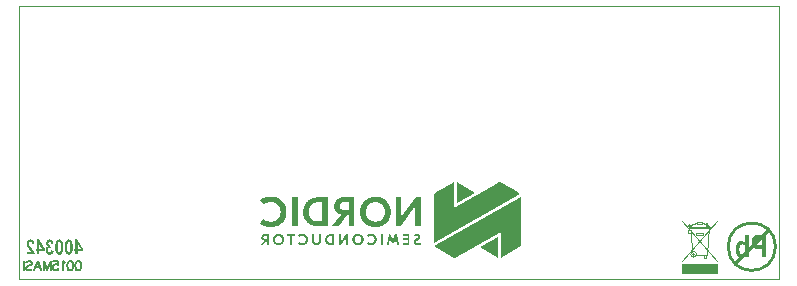
<source format=gbo>
G04*
G04 #@! TF.GenerationSoftware,Altium Limited,Altium Designer,19.0.15 (446)*
G04*
G04 Layer_Color=32896*
%FSLAX24Y24*%
%MOIN*%
G70*
G01*
G75*
%ADD13C,0.0050*%
%ADD16C,0.0005*%
%ADD63C,0.0100*%
%ADD76C,0.0049*%
%ADD77R,0.1150X0.0289*%
G36*
X15183Y2883D02*
X14589Y2539D01*
Y3223D01*
X15183Y2883D01*
D02*
G37*
G36*
X16034Y3230D02*
X16041Y3229D01*
X16051Y3227D01*
X16059Y3225D01*
X16071Y3221D01*
X16078Y3218D01*
X16087Y3214D01*
X16097Y3209D01*
X16641Y2893D01*
X16653Y2885D01*
X16665Y2877D01*
X16672Y2870D01*
X16679Y2863D01*
X16687Y2853D01*
X16691Y2849D01*
X13817Y1190D01*
Y2751D01*
X13817Y2764D01*
X13819Y2777D01*
X13822Y2792D01*
X13828Y2809D01*
X13837Y2829D01*
X13848Y2846D01*
X13865Y2866D01*
X13877Y2876D01*
X13890Y2886D01*
X13900Y2891D01*
X14456Y3213D01*
X14463Y3217D01*
X14475Y3222D01*
X14487Y3226D01*
Y2361D01*
X15953Y3210D01*
X15966Y3216D01*
X15978Y3222D01*
X15987Y3225D01*
X15999Y3228D01*
X16008Y3230D01*
X16017Y3230D01*
X16026Y3231D01*
X16034Y3230D01*
D02*
G37*
G36*
X13383Y1756D02*
X13205D01*
Y2423D01*
X12731Y1756D01*
X12566D01*
Y2729D01*
X12744D01*
X12744Y2060D01*
X13218Y2729D01*
X13383D01*
Y1756D01*
D02*
G37*
G36*
X8414Y2750D02*
X8431Y2749D01*
X8455Y2747D01*
X8478Y2744D01*
X8501Y2740D01*
X8525Y2736D01*
X8549Y2729D01*
X8565Y2725D01*
X8582Y2720D01*
X8599Y2714D01*
X8616Y2707D01*
X8634Y2699D01*
X8652Y2690D01*
X8662Y2685D01*
X8682Y2674D01*
X8693Y2667D01*
X8704Y2659D01*
X8716Y2651D01*
X8730Y2641D01*
X8746Y2627D01*
X8757Y2617D01*
X8777Y2598D01*
X8798Y2576D01*
X8819Y2549D01*
X8835Y2525D01*
X8845Y2507D01*
X8853Y2493D01*
X8859Y2480D01*
X8865Y2469D01*
X8870Y2458D01*
X8874Y2447D01*
X8881Y2428D01*
X8884Y2419D01*
X8892Y2394D01*
X8898Y2369D01*
X8901Y2354D01*
X8905Y2332D01*
X8906Y2318D01*
X8909Y2297D01*
X8910Y2279D01*
X8911Y2263D01*
X8911Y2243D01*
X8911Y2222D01*
X8910Y2201D01*
X8908Y2187D01*
X8906Y2166D01*
X8903Y2144D01*
X8899Y2121D01*
X8893Y2097D01*
X8888Y2081D01*
X8883Y2063D01*
X8876Y2043D01*
X8867Y2022D01*
X8855Y1998D01*
X8848Y1984D01*
X8839Y1967D01*
X8827Y1948D01*
X8815Y1932D01*
X8799Y1911D01*
X8783Y1893D01*
X8760Y1870D01*
X8741Y1854D01*
X8713Y1832D01*
X8700Y1823D01*
X8689Y1816D01*
X8659Y1799D01*
X8649Y1794D01*
X8631Y1785D01*
X8623Y1781D01*
X8605Y1774D01*
X8589Y1768D01*
X8572Y1763D01*
X8556Y1758D01*
X8540Y1754D01*
X8520Y1749D01*
X8505Y1746D01*
X8486Y1743D01*
X8470Y1740D01*
X8455Y1739D01*
X8439Y1737D01*
X8423Y1736D01*
X8401Y1735D01*
X8380Y1735D01*
X8354Y1736D01*
X8338Y1737D01*
X8321Y1738D01*
X8308Y1739D01*
X8289Y1742D01*
X8270Y1745D01*
X8249Y1749D01*
X8229Y1754D01*
X8216Y1757D01*
X8194Y1763D01*
X8168Y1773D01*
X8142Y1783D01*
X8116Y1795D01*
X8094Y1807D01*
X8068Y1822D01*
X8038Y1842D01*
X8140Y1998D01*
X8154Y1989D01*
X8172Y1977D01*
X8199Y1963D01*
X8227Y1950D01*
X8241Y1944D01*
X8258Y1938D01*
X8269Y1934D01*
X8290Y1929D01*
X8309Y1925D01*
X8328Y1921D01*
X8351Y1919D01*
X8377Y1917D01*
X8393Y1917D01*
X8421Y1919D01*
X8448Y1922D01*
X8471Y1926D01*
X8488Y1930D01*
X8505Y1936D01*
X8524Y1942D01*
X8543Y1951D01*
X8556Y1958D01*
X8572Y1966D01*
X8580Y1972D01*
X8589Y1978D01*
X8599Y1985D01*
X8614Y1997D01*
X8627Y2010D01*
X8640Y2024D01*
X8658Y2047D01*
X8673Y2071D01*
X8682Y2087D01*
X8692Y2108D01*
X8698Y2126D01*
X8705Y2148D01*
X8709Y2167D01*
X8713Y2190D01*
X8715Y2213D01*
X8716Y2238D01*
X8716Y2264D01*
X8714Y2282D01*
X8712Y2300D01*
X8709Y2319D01*
X8705Y2334D01*
X8701Y2350D01*
X8698Y2361D01*
X8691Y2379D01*
X8685Y2392D01*
X8677Y2408D01*
X8665Y2428D01*
X8655Y2443D01*
X8640Y2461D01*
X8627Y2476D01*
X8616Y2486D01*
X8603Y2497D01*
X8592Y2505D01*
X8574Y2517D01*
X8559Y2526D01*
X8546Y2533D01*
X8527Y2542D01*
X8515Y2546D01*
X8503Y2551D01*
X8486Y2556D01*
X8469Y2560D01*
X8457Y2562D01*
X8447Y2564D01*
X8430Y2566D01*
X8420Y2567D01*
X8409Y2568D01*
X8392Y2568D01*
X8383Y2568D01*
X8372Y2568D01*
X8359Y2567D01*
X8342Y2566D01*
X8323Y2563D01*
X8308Y2561D01*
X8293Y2557D01*
X8276Y2553D01*
X8254Y2546D01*
X8238Y2540D01*
X8218Y2532D01*
X8197Y2522D01*
X8180Y2512D01*
X8164Y2503D01*
X8144Y2490D01*
X8140Y2487D01*
X8038Y2643D01*
X8050Y2652D01*
X8066Y2662D01*
X8080Y2671D01*
X8098Y2681D01*
X8114Y2689D01*
X8124Y2694D01*
X8148Y2705D01*
X8173Y2715D01*
X8205Y2725D01*
X8232Y2733D01*
X8260Y2739D01*
X8283Y2743D01*
X8303Y2745D01*
X8327Y2748D01*
X8349Y2749D01*
X8375Y2750D01*
X8392Y2750D01*
X8414Y2750D01*
D02*
G37*
G36*
X11175Y2729D02*
Y1756D01*
X10997D01*
Y2144D01*
X10930D01*
X10666Y1756D01*
X10442D01*
X10730Y2152D01*
X10720Y2154D01*
X10709Y2157D01*
X10698Y2160D01*
X10687Y2164D01*
X10672Y2170D01*
X10659Y2175D01*
X10646Y2182D01*
X10637Y2187D01*
X10622Y2196D01*
X10610Y2204D01*
X10595Y2216D01*
X10581Y2228D01*
X10574Y2236D01*
X10563Y2249D01*
X10553Y2262D01*
X10546Y2274D01*
X10540Y2282D01*
X10533Y2297D01*
X10527Y2309D01*
X10520Y2325D01*
X10517Y2335D01*
X10514Y2344D01*
X10512Y2354D01*
X10509Y2367D01*
X10506Y2383D01*
X10504Y2399D01*
X10502Y2419D01*
X10502Y2430D01*
X10502Y2443D01*
X10503Y2454D01*
X10503Y2466D01*
X10505Y2482D01*
X10506Y2490D01*
X10508Y2502D01*
X10511Y2515D01*
X10515Y2528D01*
X10518Y2538D01*
X10521Y2547D01*
X10525Y2558D01*
X10530Y2569D01*
X10537Y2583D01*
X10548Y2600D01*
X10561Y2619D01*
X10570Y2629D01*
X10581Y2642D01*
X10592Y2653D01*
X10601Y2660D01*
X10614Y2670D01*
X10625Y2678D01*
X10635Y2684D01*
X10649Y2692D01*
X10665Y2700D01*
X10685Y2708D01*
X10704Y2714D01*
X10715Y2717D01*
X10733Y2721D01*
X10747Y2724D01*
X10770Y2727D01*
X10785Y2728D01*
X10802Y2729D01*
X10816Y2729D01*
X11175Y2729D01*
D02*
G37*
G36*
X9283Y1756D02*
X9103D01*
Y2729D01*
X9283Y2729D01*
X9283Y1756D01*
D02*
G37*
G36*
X10289Y1756D02*
X9977Y1756D01*
X9956Y1756D01*
X9922Y1758D01*
X9875Y1764D01*
X9860Y1766D01*
X9846Y1769D01*
X9825Y1774D01*
X9804Y1780D01*
X9783Y1787D01*
X9768Y1792D01*
X9754Y1797D01*
X9739Y1804D01*
X9724Y1811D01*
X9707Y1819D01*
X9691Y1828D01*
X9673Y1840D01*
X9652Y1854D01*
X9628Y1873D01*
X9617Y1883D01*
X9596Y1902D01*
X9581Y1921D01*
X9567Y1938D01*
X9553Y1957D01*
X9542Y1974D01*
X9527Y2000D01*
X9522Y2011D01*
X9513Y2029D01*
X9506Y2047D01*
X9500Y2062D01*
X9493Y2084D01*
X9489Y2098D01*
X9486Y2111D01*
X9484Y2118D01*
X9480Y2137D01*
X9477Y2155D01*
X9475Y2173D01*
X9473Y2191D01*
X9472Y2203D01*
X9472Y2220D01*
X9471Y2236D01*
X9471Y2254D01*
X9472Y2271D01*
X9473Y2283D01*
X9474Y2301D01*
X9475Y2313D01*
X9478Y2331D01*
X9481Y2350D01*
X9485Y2369D01*
X9490Y2389D01*
X9494Y2403D01*
X9501Y2426D01*
X9507Y2442D01*
X9515Y2459D01*
X9524Y2480D01*
X9537Y2503D01*
X9547Y2519D01*
X9558Y2536D01*
X9572Y2554D01*
X9584Y2569D01*
X9600Y2586D01*
X9620Y2605D01*
X9634Y2617D01*
X9646Y2627D01*
X9657Y2635D01*
X9667Y2642D01*
X9685Y2653D01*
X9694Y2658D01*
X9702Y2663D01*
X9718Y2672D01*
X9741Y2683D01*
X9755Y2689D01*
X9769Y2694D01*
X9784Y2699D01*
X9798Y2704D01*
X9811Y2708D01*
X9818Y2710D01*
X9832Y2713D01*
X9854Y2718D01*
X9881Y2723D01*
X9901Y2725D01*
X9921Y2727D01*
X9942Y2729D01*
X9963Y2729D01*
X10289Y2729D01*
Y1756D01*
D02*
G37*
G36*
X11900Y2750D02*
X11920Y2749D01*
X11942Y2747D01*
X11964Y2744D01*
X11986Y2740D01*
X12009Y2735D01*
X12034Y2729D01*
X12059Y2721D01*
X12086Y2711D01*
X12115Y2698D01*
X12131Y2690D01*
X12148Y2681D01*
X12166Y2669D01*
X12188Y2655D01*
X12215Y2634D01*
X12234Y2617D01*
X12254Y2597D01*
X12276Y2571D01*
X12295Y2547D01*
X12312Y2520D01*
X12324Y2500D01*
X12333Y2483D01*
X12340Y2468D01*
X12346Y2454D01*
X12356Y2428D01*
X12360Y2417D01*
X12367Y2395D01*
X12372Y2374D01*
X12374Y2364D01*
X12378Y2345D01*
X12381Y2327D01*
X12384Y2301D01*
X12386Y2284D01*
X12387Y2260D01*
X12387Y2243D01*
X12387Y2223D01*
X12386Y2199D01*
X12384Y2182D01*
X12381Y2155D01*
X12376Y2127D01*
X12371Y2107D01*
X12366Y2087D01*
X12359Y2064D01*
X12350Y2039D01*
X12344Y2025D01*
X12337Y2010D01*
X12318Y1974D01*
X12303Y1951D01*
X12295Y1938D01*
X12283Y1922D01*
X12271Y1908D01*
X12258Y1893D01*
X12242Y1877D01*
X12220Y1855D01*
X12203Y1842D01*
X12179Y1825D01*
X12159Y1812D01*
X12142Y1801D01*
X12125Y1793D01*
X12110Y1785D01*
X12096Y1779D01*
X12082Y1773D01*
X12069Y1768D01*
X12056Y1763D01*
X12031Y1755D01*
X12019Y1752D01*
X12007Y1749D01*
X11996Y1747D01*
X11985Y1745D01*
X11973Y1743D01*
X11963Y1741D01*
X11952Y1740D01*
X11930Y1737D01*
X11910Y1736D01*
X11900Y1735D01*
X11878Y1735D01*
X11870Y1735D01*
X11850Y1736D01*
X11828Y1737D01*
X11817Y1738D01*
X11794Y1741D01*
X11783Y1743D01*
X11759Y1747D01*
X11748Y1750D01*
X11735Y1753D01*
X11722Y1756D01*
X11709Y1760D01*
X11696Y1765D01*
X11669Y1775D01*
X11655Y1781D01*
X11640Y1788D01*
X11624Y1796D01*
X11607Y1806D01*
X11588Y1817D01*
X11567Y1831D01*
X11548Y1845D01*
X11530Y1861D01*
X11515Y1875D01*
X11497Y1893D01*
X11480Y1912D01*
X11467Y1929D01*
X11453Y1949D01*
X11445Y1961D01*
X11437Y1974D01*
X11426Y1994D01*
X11418Y2011D01*
X11411Y2026D01*
X11405Y2041D01*
X11400Y2053D01*
X11396Y2066D01*
X11392Y2077D01*
X11389Y2088D01*
X11386Y2099D01*
X11383Y2110D01*
X11379Y2129D01*
X11377Y2139D01*
X11374Y2158D01*
X11371Y2176D01*
X11370Y2193D01*
X11369Y2210D01*
X11368Y2226D01*
X11368Y2243D01*
X11368Y2258D01*
X11369Y2274D01*
X11370Y2291D01*
X11370Y2299D01*
X11372Y2317D01*
X11375Y2335D01*
X11378Y2354D01*
X11380Y2364D01*
X11386Y2385D01*
X11389Y2396D01*
X11396Y2419D01*
X11400Y2431D01*
X11405Y2445D01*
X11411Y2459D01*
X11418Y2474D01*
X11427Y2492D01*
X11438Y2512D01*
X11457Y2542D01*
X11479Y2571D01*
X11495Y2590D01*
X11516Y2611D01*
X11539Y2632D01*
X11565Y2653D01*
X11586Y2667D01*
X11605Y2679D01*
X11622Y2688D01*
X11638Y2696D01*
X11652Y2703D01*
X11667Y2710D01*
X11681Y2715D01*
X11720Y2728D01*
X11744Y2735D01*
X11768Y2740D01*
X11791Y2744D01*
X11803Y2746D01*
X11824Y2748D01*
X11851Y2750D01*
X11878Y2750D01*
X11900Y2750D01*
D02*
G37*
G36*
X13014Y1138D02*
X12798D01*
Y1200D01*
X12948Y1200D01*
Y1304D01*
X12814D01*
X12814Y1365D01*
X12948Y1365D01*
X12948Y1437D01*
X12801Y1437D01*
Y1499D01*
X13014D01*
X13014Y1138D01*
D02*
G37*
G36*
X12657Y1139D02*
X12591Y1139D01*
X12555Y1371D01*
X12486Y1192D01*
X12438D01*
X12368Y1371D01*
X12333Y1139D01*
X12267D01*
X12331Y1499D01*
X12380Y1499D01*
X12463Y1295D01*
X12544Y1499D01*
X12592Y1499D01*
X12657Y1139D01*
D02*
G37*
G36*
X10971Y1138D02*
X10905Y1138D01*
Y1385D01*
X10730Y1138D01*
X10668D01*
Y1499D01*
X10734D01*
Y1251D01*
X10910Y1499D01*
X10971D01*
Y1138D01*
D02*
G37*
G36*
X10065Y1500D02*
Y1282D01*
X10065Y1271D01*
X10064Y1262D01*
X10063Y1251D01*
X10060Y1236D01*
X10058Y1227D01*
X10054Y1216D01*
X10050Y1207D01*
X10046Y1200D01*
X10043Y1193D01*
X10034Y1181D01*
X10019Y1166D01*
X10005Y1156D01*
X9996Y1150D01*
X9985Y1145D01*
X9976Y1141D01*
X9967Y1139D01*
X9958Y1137D01*
X9949Y1135D01*
X9939Y1133D01*
X9929Y1133D01*
X9916Y1132D01*
X9906Y1133D01*
X9897Y1133D01*
X9888Y1134D01*
X9877Y1136D01*
X9868Y1138D01*
X9857Y1142D01*
X9847Y1145D01*
X9842Y1148D01*
X9834Y1152D01*
X9826Y1157D01*
X9820Y1162D01*
X9805Y1176D01*
X9797Y1184D01*
X9792Y1192D01*
X9786Y1203D01*
X9781Y1213D01*
X9777Y1223D01*
X9775Y1231D01*
X9772Y1243D01*
X9770Y1255D01*
X9769Y1264D01*
X9769Y1273D01*
X9768Y1282D01*
Y1500D01*
X9838Y1500D01*
Y1286D01*
X9838Y1279D01*
X9839Y1268D01*
X9841Y1259D01*
X9843Y1250D01*
X9848Y1240D01*
X9852Y1232D01*
X9858Y1225D01*
X9870Y1214D01*
X9876Y1210D01*
X9884Y1206D01*
X9893Y1203D01*
X9902Y1201D01*
X9909Y1201D01*
X9919Y1200D01*
X9926Y1201D01*
X9933Y1202D01*
X9944Y1204D01*
X9953Y1208D01*
X9960Y1212D01*
X9972Y1221D01*
X9978Y1227D01*
X9983Y1234D01*
X9987Y1242D01*
X9990Y1251D01*
X9993Y1260D01*
X9995Y1271D01*
X9996Y1284D01*
X9996Y1286D01*
X9996Y1500D01*
X10065Y1500D01*
D02*
G37*
G36*
X9454Y1507D02*
X9466Y1506D01*
X9477Y1504D01*
X9485Y1503D01*
X9493Y1501D01*
X9501Y1499D01*
X9506Y1497D01*
X9514Y1495D01*
X9522Y1492D01*
X9529Y1489D01*
X9536Y1485D01*
X9543Y1481D01*
X9551Y1477D01*
X9560Y1471D01*
X9565Y1467D01*
X9571Y1462D01*
X9582Y1451D01*
X9597Y1433D01*
X9603Y1424D01*
X9607Y1418D01*
X9612Y1408D01*
X9616Y1399D01*
X9619Y1392D01*
X9622Y1385D01*
X9626Y1370D01*
X9628Y1361D01*
X9629Y1353D01*
X9630Y1345D01*
X9631Y1335D01*
X9631Y1330D01*
X9632Y1322D01*
X9632Y1314D01*
X9631Y1307D01*
X9630Y1296D01*
X9629Y1289D01*
X9628Y1277D01*
X9625Y1266D01*
X9621Y1253D01*
X9617Y1242D01*
X9613Y1233D01*
X9611Y1229D01*
X9608Y1224D01*
X9605Y1218D01*
X9597Y1205D01*
X9588Y1194D01*
X9576Y1182D01*
X9569Y1176D01*
X9558Y1168D01*
X9546Y1160D01*
X9535Y1154D01*
X9525Y1149D01*
X9516Y1145D01*
X9506Y1142D01*
X9501Y1140D01*
X9489Y1137D01*
X9480Y1136D01*
X9469Y1134D01*
X9457Y1133D01*
X9448Y1132D01*
X9440Y1132D01*
X9430Y1132D01*
X9420Y1132D01*
X9407Y1134D01*
X9396Y1135D01*
X9387Y1137D01*
X9380Y1139D01*
X9375Y1140D01*
X9360Y1144D01*
X9346Y1150D01*
X9334Y1156D01*
X9321Y1163D01*
X9313Y1168D01*
X9308Y1171D01*
X9346Y1229D01*
X9353Y1225D01*
X9359Y1221D01*
X9367Y1217D01*
X9373Y1214D01*
X9380Y1211D01*
X9389Y1207D01*
X9393Y1206D01*
X9398Y1204D01*
X9415Y1201D01*
X9425Y1200D01*
X9434Y1199D01*
X9446Y1200D01*
X9454Y1200D01*
X9464Y1202D01*
X9471Y1203D01*
X9481Y1206D01*
X9488Y1208D01*
X9495Y1212D01*
X9503Y1216D01*
X9506Y1217D01*
X9516Y1224D01*
X9529Y1235D01*
X9538Y1248D01*
X9545Y1259D01*
X9549Y1268D01*
X9553Y1279D01*
X9556Y1290D01*
X9558Y1299D01*
X9559Y1309D01*
X9559Y1316D01*
X9559Y1325D01*
X9559Y1332D01*
X9558Y1339D01*
X9557Y1348D01*
X9555Y1355D01*
X9552Y1365D01*
X9549Y1372D01*
X9547Y1378D01*
X9541Y1388D01*
X9532Y1400D01*
X9522Y1410D01*
X9513Y1417D01*
X9507Y1422D01*
X9496Y1427D01*
X9487Y1431D01*
X9478Y1434D01*
X9470Y1437D01*
X9462Y1438D01*
X9454Y1439D01*
X9444Y1440D01*
X9434Y1440D01*
X9430Y1440D01*
X9416Y1439D01*
X9400Y1435D01*
X9391Y1433D01*
X9379Y1428D01*
X9373Y1426D01*
X9367Y1423D01*
X9361Y1419D01*
X9355Y1416D01*
X9349Y1412D01*
X9346Y1410D01*
X9308Y1468D01*
X9319Y1475D01*
X9326Y1479D01*
X9336Y1485D01*
X9340Y1487D01*
X9355Y1493D01*
X9370Y1498D01*
X9388Y1503D01*
X9402Y1505D01*
X9415Y1507D01*
X9426Y1507D01*
X9437Y1508D01*
X9454Y1507D01*
D02*
G37*
G36*
X11743Y1506D02*
X11754Y1505D01*
X11766Y1503D01*
X11774Y1502D01*
X11782Y1500D01*
X11789Y1498D01*
X11795Y1496D01*
X11803Y1493D01*
X11811Y1490D01*
X11818Y1488D01*
X11825Y1484D01*
X11832Y1480D01*
X11840Y1476D01*
X11848Y1470D01*
X11853Y1466D01*
X11859Y1461D01*
X11871Y1450D01*
X11886Y1432D01*
X11892Y1423D01*
X11896Y1417D01*
X11901Y1406D01*
X11905Y1398D01*
X11908Y1391D01*
X11910Y1384D01*
X11915Y1368D01*
X11917Y1360D01*
X11918Y1351D01*
X11919Y1344D01*
X11920Y1333D01*
X11920Y1328D01*
X11920Y1321D01*
X11920Y1313D01*
X11920Y1306D01*
X11919Y1295D01*
X11918Y1288D01*
X11916Y1276D01*
X11914Y1264D01*
X11910Y1252D01*
X11906Y1241D01*
X11902Y1232D01*
X11900Y1228D01*
X11897Y1222D01*
X11894Y1216D01*
X11886Y1204D01*
X11877Y1193D01*
X11865Y1181D01*
X11858Y1175D01*
X11847Y1167D01*
X11835Y1158D01*
X11824Y1153D01*
X11814Y1148D01*
X11805Y1144D01*
X11795Y1141D01*
X11789Y1139D01*
X11777Y1136D01*
X11769Y1134D01*
X11758Y1133D01*
X11746Y1131D01*
X11737Y1131D01*
X11729Y1131D01*
X11719Y1131D01*
X11709Y1131D01*
X11696Y1132D01*
X11685Y1134D01*
X11676Y1136D01*
X11669Y1137D01*
X11664Y1139D01*
X11649Y1143D01*
X11635Y1149D01*
X11623Y1155D01*
X11610Y1162D01*
X11602Y1167D01*
X11597Y1170D01*
X11635Y1228D01*
X11642Y1224D01*
X11648Y1220D01*
X11656Y1215D01*
X11662Y1212D01*
X11669Y1209D01*
X11678Y1206D01*
X11682Y1205D01*
X11687Y1203D01*
X11704Y1200D01*
X11713Y1199D01*
X11723Y1198D01*
X11735Y1198D01*
X11743Y1199D01*
X11753Y1201D01*
X11760Y1202D01*
X11770Y1205D01*
X11777Y1207D01*
X11784Y1210D01*
X11792Y1214D01*
X11795Y1216D01*
X11805Y1223D01*
X11818Y1234D01*
X11827Y1247D01*
X11834Y1258D01*
X11838Y1266D01*
X11842Y1278D01*
X11845Y1289D01*
X11847Y1298D01*
X11848Y1308D01*
X11848Y1315D01*
X11848Y1323D01*
X11848Y1331D01*
X11847Y1338D01*
X11846Y1347D01*
X11844Y1354D01*
X11841Y1364D01*
X11838Y1371D01*
X11835Y1377D01*
X11830Y1387D01*
X11821Y1399D01*
X11811Y1409D01*
X11802Y1416D01*
X11796Y1420D01*
X11785Y1426D01*
X11776Y1430D01*
X11767Y1433D01*
X11759Y1435D01*
X11751Y1437D01*
X11743Y1438D01*
X11732Y1439D01*
X11723Y1439D01*
X11719Y1439D01*
X11705Y1438D01*
X11689Y1434D01*
X11679Y1432D01*
X11668Y1427D01*
X11661Y1424D01*
X11656Y1422D01*
X11650Y1418D01*
X11644Y1415D01*
X11638Y1411D01*
X11635Y1409D01*
X11597Y1467D01*
X11608Y1474D01*
X11615Y1478D01*
X11625Y1484D01*
X11629Y1485D01*
X11644Y1492D01*
X11659Y1497D01*
X11676Y1502D01*
X11690Y1504D01*
X11704Y1506D01*
X11714Y1506D01*
X11726Y1506D01*
X11743Y1506D01*
D02*
G37*
G36*
X8325Y1140D02*
X8259D01*
Y1283D01*
X8234D01*
X8137Y1140D01*
X8054D01*
X8160Y1286D01*
X8152Y1288D01*
X8141Y1292D01*
X8128Y1298D01*
X8118Y1304D01*
X8110Y1310D01*
X8101Y1319D01*
X8092Y1331D01*
X8087Y1340D01*
X8084Y1346D01*
X8080Y1357D01*
X8078Y1366D01*
X8077Y1373D01*
X8076Y1381D01*
X8076Y1388D01*
X8076Y1395D01*
X8077Y1407D01*
X8078Y1414D01*
X8082Y1429D01*
X8085Y1437D01*
X8088Y1443D01*
X8093Y1452D01*
X8098Y1460D01*
X8109Y1472D01*
X8115Y1476D01*
X8127Y1484D01*
X8136Y1489D01*
X8148Y1493D01*
X8163Y1497D01*
X8172Y1499D01*
X8179Y1499D01*
X8192Y1500D01*
X8325D01*
Y1140D01*
D02*
G37*
G36*
X10505Y1140D02*
X10390D01*
X10372Y1140D01*
X10357Y1142D01*
X10351Y1143D01*
X10339Y1145D01*
X10326Y1148D01*
X10310Y1154D01*
X10296Y1160D01*
X10277Y1171D01*
X10261Y1183D01*
X10246Y1196D01*
X10233Y1214D01*
X10229Y1220D01*
X10223Y1230D01*
X10220Y1237D01*
X10215Y1247D01*
X10211Y1261D01*
X10207Y1276D01*
X10206Y1283D01*
X10204Y1294D01*
X10203Y1303D01*
X10203Y1313D01*
X10203Y1322D01*
X10203Y1335D01*
X10204Y1344D01*
X10206Y1357D01*
X10207Y1364D01*
X10209Y1374D01*
X10212Y1382D01*
X10215Y1390D01*
X10219Y1400D01*
X10222Y1407D01*
X10230Y1422D01*
X10238Y1434D01*
X10250Y1447D01*
X10258Y1454D01*
X10263Y1458D01*
X10271Y1465D01*
X10282Y1472D01*
X10288Y1475D01*
X10297Y1480D01*
X10310Y1486D01*
X10316Y1488D01*
X10323Y1490D01*
X10332Y1493D01*
X10341Y1495D01*
X10350Y1497D01*
X10357Y1498D01*
X10369Y1499D01*
X10379Y1500D01*
X10390Y1500D01*
X10505D01*
X10505Y1140D01*
D02*
G37*
G36*
X9201Y1438D02*
X9103D01*
Y1140D01*
X9037D01*
X9037Y1438D01*
X8938Y1438D01*
Y1500D01*
X9201D01*
Y1438D01*
D02*
G37*
G36*
X12122Y1138D02*
X12054D01*
X12054Y1499D01*
X12122Y1499D01*
Y1138D01*
D02*
G37*
G36*
X8664Y1507D02*
X8672Y1507D01*
X8685Y1505D01*
X8693Y1503D01*
X8702Y1501D01*
X8716Y1497D01*
X8725Y1493D01*
X8742Y1485D01*
X8749Y1482D01*
X8755Y1478D01*
X8763Y1473D01*
X8770Y1468D01*
X8776Y1462D01*
X8784Y1455D01*
X8796Y1442D01*
X8803Y1432D01*
X8809Y1423D01*
X8814Y1415D01*
X8820Y1403D01*
X8826Y1389D01*
X8828Y1380D01*
X8832Y1369D01*
X8834Y1355D01*
X8836Y1338D01*
X8837Y1326D01*
X8837Y1319D01*
X8836Y1294D01*
X8834Y1284D01*
X8832Y1273D01*
X8829Y1262D01*
X8826Y1253D01*
X8823Y1244D01*
X8818Y1233D01*
X8811Y1220D01*
X8806Y1211D01*
X8800Y1203D01*
X8792Y1193D01*
X8785Y1186D01*
X8778Y1179D01*
X8769Y1172D01*
X8761Y1165D01*
X8753Y1161D01*
X8747Y1157D01*
X8735Y1151D01*
X8724Y1146D01*
X8710Y1141D01*
X8701Y1139D01*
X8688Y1136D01*
X8676Y1134D01*
X8668Y1133D01*
X8660Y1132D01*
X8642Y1132D01*
X8634Y1133D01*
X8622Y1134D01*
X8613Y1135D01*
X8600Y1138D01*
X8591Y1140D01*
X8581Y1143D01*
X8571Y1147D01*
X8560Y1152D01*
X8548Y1158D01*
X8541Y1162D01*
X8534Y1168D01*
X8520Y1178D01*
X8511Y1187D01*
X8504Y1195D01*
X8497Y1203D01*
X8492Y1211D01*
X8486Y1221D01*
X8481Y1228D01*
X8476Y1240D01*
X8472Y1250D01*
X8469Y1259D01*
X8465Y1271D01*
X8464Y1278D01*
X8461Y1295D01*
X8460Y1317D01*
X8460Y1332D01*
X8461Y1344D01*
X8463Y1358D01*
X8465Y1365D01*
X8466Y1373D01*
X8469Y1381D01*
X8472Y1390D01*
X8476Y1400D01*
X8482Y1412D01*
X8486Y1420D01*
X8491Y1427D01*
X8496Y1434D01*
X8501Y1441D01*
X8511Y1453D01*
X8518Y1459D01*
X8523Y1464D01*
X8533Y1472D01*
X8541Y1477D01*
X8547Y1481D01*
X8554Y1485D01*
X8565Y1490D01*
X8581Y1497D01*
X8590Y1500D01*
X8599Y1502D01*
X8608Y1504D01*
X8616Y1505D01*
X8625Y1506D01*
X8637Y1507D01*
X8645Y1508D01*
X8653D01*
X8664Y1507D01*
D02*
G37*
G36*
X11302Y1506D02*
X11314Y1506D01*
X11322Y1505D01*
X11334Y1504D01*
X11342Y1502D01*
X11351Y1500D01*
X11365Y1496D01*
X11375Y1492D01*
X11392Y1484D01*
X11398Y1481D01*
X11405Y1476D01*
X11412Y1471D01*
X11419Y1466D01*
X11426Y1461D01*
X11433Y1454D01*
X11445Y1441D01*
X11452Y1431D01*
X11459Y1421D01*
X11463Y1414D01*
X11469Y1402D01*
X11475Y1387D01*
X11478Y1379D01*
X11481Y1367D01*
X11484Y1353D01*
X11486Y1337D01*
X11486Y1325D01*
X11486Y1317D01*
X11485Y1293D01*
X11483Y1283D01*
X11481Y1272D01*
X11478Y1260D01*
X11476Y1252D01*
X11472Y1243D01*
X11468Y1232D01*
X11461Y1219D01*
X11455Y1210D01*
X11449Y1201D01*
X11441Y1192D01*
X11434Y1185D01*
X11427Y1177D01*
X11419Y1171D01*
X11410Y1164D01*
X11402Y1159D01*
X11396Y1155D01*
X11384Y1149D01*
X11374Y1145D01*
X11359Y1140D01*
X11350Y1137D01*
X11337Y1134D01*
X11325Y1132D01*
X11317Y1132D01*
X11310Y1131D01*
X11291Y1131D01*
X11283Y1131D01*
X11271Y1132D01*
X11263Y1134D01*
X11250Y1136D01*
X11240Y1139D01*
X11231Y1142D01*
X11221Y1145D01*
X11210Y1150D01*
X11198Y1157D01*
X11191Y1161D01*
X11183Y1166D01*
X11170Y1177D01*
X11161Y1185D01*
X11153Y1194D01*
X11147Y1202D01*
X11141Y1210D01*
X11135Y1219D01*
X11131Y1227D01*
X11125Y1239D01*
X11121Y1248D01*
X11118Y1257D01*
X11115Y1269D01*
X11113Y1277D01*
X11110Y1294D01*
X11109Y1315D01*
X11109Y1331D01*
X11110Y1343D01*
X11112Y1357D01*
X11114Y1364D01*
X11116Y1372D01*
X11118Y1380D01*
X11121Y1389D01*
X11125Y1399D01*
X11131Y1411D01*
X11135Y1418D01*
X11140Y1426D01*
X11145Y1433D01*
X11150Y1440D01*
X11161Y1452D01*
X11167Y1458D01*
X11172Y1463D01*
X11182Y1470D01*
X11190Y1476D01*
X11197Y1480D01*
X11203Y1483D01*
X11214Y1489D01*
X11230Y1495D01*
X11240Y1498D01*
X11248Y1501D01*
X11257Y1503D01*
X11266Y1504D01*
X11274Y1505D01*
X11286Y1506D01*
X11294Y1506D01*
X11302Y1506D01*
D02*
G37*
G36*
X13283Y1506D02*
X13292Y1506D01*
X13302Y1504D01*
X13310Y1502D01*
X13320Y1500D01*
X13327Y1497D01*
X13332Y1495D01*
X13340Y1491D01*
X13347Y1487D01*
X13352Y1483D01*
X13355Y1480D01*
X13356Y1478D01*
X13366Y1466D01*
X13371Y1459D01*
X13373Y1453D01*
X13375Y1448D01*
X13377Y1441D01*
X13379Y1433D01*
X13380Y1427D01*
X13380Y1422D01*
X13380Y1418D01*
X13380Y1409D01*
X13380Y1402D01*
X13379Y1395D01*
X13378Y1391D01*
X13377Y1389D01*
X13372Y1375D01*
X13369Y1369D01*
X13366Y1363D01*
X13363Y1359D01*
X13357Y1350D01*
X13352Y1345D01*
X13345Y1338D01*
X13340Y1333D01*
X13336Y1329D01*
X13331Y1326D01*
X13326Y1322D01*
X13323Y1320D01*
X13265Y1278D01*
X13257Y1273D01*
X13249Y1266D01*
X13244Y1262D01*
X13241Y1258D01*
X13237Y1254D01*
X13234Y1251D01*
X13233Y1247D01*
X13231Y1245D01*
X13230Y1242D01*
X13229Y1238D01*
X13229Y1233D01*
X13229Y1229D01*
X13229Y1226D01*
X13230Y1220D01*
X13231Y1217D01*
X13234Y1212D01*
X13237Y1209D01*
X13240Y1206D01*
X13243Y1204D01*
X13247Y1201D01*
X13251Y1199D01*
X13256Y1198D01*
X13264Y1196D01*
X13269Y1195D01*
X13274Y1195D01*
X13282Y1195D01*
X13288Y1195D01*
X13293Y1195D01*
X13301Y1196D01*
X13308Y1198D01*
X13316Y1200D01*
X13329Y1203D01*
X13338Y1207D01*
X13345Y1209D01*
X13353Y1213D01*
X13362Y1217D01*
X13367Y1220D01*
X13377Y1226D01*
X13406Y1166D01*
X13400Y1162D01*
X13395Y1159D01*
X13388Y1156D01*
X13380Y1152D01*
X13375Y1150D01*
X13369Y1147D01*
X13361Y1144D01*
X13344Y1139D01*
X13335Y1137D01*
X13321Y1134D01*
X13310Y1132D01*
X13299Y1131D01*
X13282Y1131D01*
X13271Y1131D01*
X13261Y1132D01*
X13254Y1132D01*
X13248Y1133D01*
X13238Y1135D01*
X13230Y1138D01*
X13224Y1140D01*
X13218Y1142D01*
X13214Y1143D01*
X13208Y1146D01*
X13201Y1150D01*
X13197Y1153D01*
X13192Y1157D01*
X13189Y1159D01*
X13183Y1165D01*
X13175Y1175D01*
X13170Y1184D01*
X13167Y1190D01*
X13165Y1196D01*
X13163Y1202D01*
X13161Y1209D01*
X13160Y1215D01*
X13159Y1219D01*
X13159Y1225D01*
X13159Y1229D01*
X13158Y1233D01*
X13159Y1239D01*
X13159Y1243D01*
X13159Y1248D01*
X13160Y1253D01*
X13161Y1259D01*
X13161Y1262D01*
X13162Y1266D01*
X13164Y1270D01*
X13168Y1282D01*
X13174Y1292D01*
X13179Y1298D01*
X13183Y1304D01*
X13187Y1309D01*
X13190Y1312D01*
X13193Y1314D01*
X13197Y1318D01*
X13202Y1323D01*
X13208Y1327D01*
X13214Y1332D01*
X13251Y1358D01*
X13288Y1384D01*
X13295Y1389D01*
X13300Y1394D01*
X13304Y1399D01*
X13308Y1405D01*
X13310Y1411D01*
X13310Y1414D01*
X13310Y1418D01*
X13310Y1420D01*
X13310Y1423D01*
X13309Y1427D01*
X13307Y1430D01*
X13306Y1432D01*
X13303Y1435D01*
X13301Y1437D01*
X13298Y1438D01*
X13295Y1440D01*
X13288Y1442D01*
X13285Y1442D01*
X13278Y1443D01*
X13274Y1443D01*
X13268Y1443D01*
X13264Y1443D01*
X13260Y1442D01*
X13255Y1442D01*
X13251Y1441D01*
X13245Y1440D01*
X13240Y1439D01*
X13235Y1437D01*
X13228Y1435D01*
X13224Y1433D01*
X13219Y1432D01*
X13214Y1430D01*
X13210Y1428D01*
X13207Y1426D01*
X13203Y1425D01*
X13196Y1421D01*
X13168Y1481D01*
X13183Y1488D01*
X13196Y1493D01*
X13205Y1496D01*
X13214Y1498D01*
X13224Y1501D01*
X13234Y1503D01*
X13247Y1505D01*
X13258Y1506D01*
X13268Y1506D01*
X13276Y1506D01*
X13283Y1506D01*
D02*
G37*
G36*
X15952Y712D02*
X15358Y1055D01*
X15953Y1398D01*
X15952Y712D01*
D02*
G37*
G36*
X16724Y1150D02*
X16724Y1142D01*
X16722Y1130D01*
X16719Y1120D01*
X16714Y1108D01*
X16707Y1098D01*
X16700Y1090D01*
X16693Y1082D01*
X16679Y1074D01*
X16055Y709D01*
X16055Y1575D01*
X14547Y707D01*
X14544Y705D01*
X14540Y704D01*
X14534Y701D01*
X14529Y699D01*
X14525Y699D01*
X14519Y698D01*
X14516Y699D01*
X14513Y699D01*
X14508Y700D01*
X14502Y702D01*
X14497Y704D01*
X14492Y706D01*
X14488Y708D01*
X14481Y712D01*
X13844Y1087D01*
X16724Y2750D01*
X16724Y1150D01*
D02*
G37*
G36*
X1041Y1320D02*
X1058Y1316D01*
X1072Y1311D01*
X1084Y1306D01*
X1094Y1300D01*
X1101Y1295D01*
X1106Y1291D01*
X1106Y1290D01*
X1107Y1290D01*
X1113Y1284D01*
X1118Y1276D01*
X1128Y1261D01*
X1135Y1244D01*
X1141Y1228D01*
X1146Y1213D01*
X1147Y1207D01*
X1149Y1201D01*
X1149Y1197D01*
X1150Y1193D01*
X1151Y1191D01*
Y1190D01*
X1078Y1176D01*
X1077Y1187D01*
X1075Y1197D01*
X1072Y1206D01*
X1069Y1213D01*
X1066Y1218D01*
X1063Y1222D01*
X1062Y1224D01*
X1061Y1225D01*
X1055Y1231D01*
X1049Y1235D01*
X1044Y1238D01*
X1038Y1240D01*
X1034Y1241D01*
X1029Y1242D01*
X1026D01*
X1019Y1241D01*
X1012Y1240D01*
X1007Y1238D01*
X1002Y1235D01*
X998Y1232D01*
X995Y1230D01*
X994Y1228D01*
X993Y1227D01*
X989Y1221D01*
X986Y1215D01*
X983Y1208D01*
X981Y1202D01*
X981Y1196D01*
X980Y1192D01*
Y1189D01*
Y1187D01*
X981Y1176D01*
X983Y1167D01*
X986Y1159D01*
X989Y1152D01*
X992Y1147D01*
X995Y1142D01*
X997Y1140D01*
X998Y1139D01*
X1005Y1134D01*
X1012Y1130D01*
X1021Y1127D01*
X1029Y1125D01*
X1035Y1124D01*
X1041Y1124D01*
X1046D01*
X1055Y1045D01*
X1047Y1048D01*
X1041Y1050D01*
X1034Y1051D01*
X1029Y1052D01*
X1025Y1053D01*
X1019D01*
X1011Y1052D01*
X1004Y1050D01*
X997Y1046D01*
X991Y1042D01*
X987Y1038D01*
X983Y1035D01*
X981Y1032D01*
X980Y1031D01*
X975Y1023D01*
X970Y1013D01*
X967Y1004D01*
X966Y995D01*
X964Y987D01*
X964Y980D01*
Y976D01*
Y975D01*
Y974D01*
X964Y960D01*
X967Y948D01*
X969Y937D01*
X972Y929D01*
X975Y922D01*
X978Y917D01*
X980Y914D01*
X981Y913D01*
X987Y905D01*
X994Y900D01*
X1001Y897D01*
X1008Y894D01*
X1013Y893D01*
X1018Y891D01*
X1022D01*
X1030Y892D01*
X1038Y894D01*
X1044Y897D01*
X1049Y901D01*
X1054Y904D01*
X1058Y907D01*
X1060Y909D01*
X1061Y910D01*
X1066Y917D01*
X1070Y926D01*
X1074Y935D01*
X1076Y944D01*
X1078Y952D01*
X1079Y958D01*
X1080Y962D01*
Y963D01*
Y964D01*
X1156Y953D01*
X1152Y929D01*
X1147Y909D01*
X1143Y900D01*
X1140Y891D01*
X1136Y883D01*
X1132Y877D01*
X1129Y870D01*
X1125Y865D01*
X1122Y860D01*
X1119Y856D01*
X1117Y853D01*
X1115Y851D01*
X1114Y850D01*
X1113Y849D01*
X1106Y843D01*
X1098Y837D01*
X1091Y831D01*
X1083Y828D01*
X1067Y820D01*
X1053Y816D01*
X1041Y814D01*
X1035Y813D01*
X1030Y812D01*
X1026Y811D01*
X1021D01*
X1011Y812D01*
X1001Y814D01*
X992Y816D01*
X982Y818D01*
X966Y826D01*
X952Y834D01*
X940Y842D01*
X935Y846D01*
X932Y849D01*
X929Y851D01*
X926Y854D01*
X925Y855D01*
X924Y856D01*
X917Y865D01*
X910Y874D01*
X905Y883D01*
X901Y893D01*
X893Y911D01*
X888Y929D01*
X887Y938D01*
X885Y945D01*
X884Y952D01*
X884Y958D01*
X883Y962D01*
Y966D01*
Y968D01*
Y969D01*
X884Y986D01*
X887Y1002D01*
X890Y1015D01*
X894Y1026D01*
X898Y1035D01*
X901Y1042D01*
X904Y1046D01*
X905Y1048D01*
X914Y1059D01*
X923Y1068D01*
X932Y1074D01*
X941Y1080D01*
X949Y1084D01*
X955Y1086D01*
X959Y1087D01*
X960Y1088D01*
X961D01*
X950Y1096D01*
X941Y1104D01*
X933Y1112D01*
X927Y1119D01*
X922Y1125D01*
X919Y1130D01*
X917Y1133D01*
X916Y1134D01*
X911Y1144D01*
X907Y1155D01*
X904Y1164D01*
X903Y1174D01*
X901Y1181D01*
X901Y1188D01*
Y1192D01*
Y1193D01*
Y1202D01*
X902Y1211D01*
X906Y1227D01*
X911Y1242D01*
X917Y1255D01*
X924Y1267D01*
X927Y1271D01*
X929Y1275D01*
X931Y1278D01*
X933Y1280D01*
X933Y1281D01*
X934Y1281D01*
X941Y1289D01*
X947Y1295D01*
X955Y1300D01*
X962Y1304D01*
X977Y1312D01*
X991Y1316D01*
X1004Y1319D01*
X1009Y1320D01*
X1014Y1321D01*
X1018Y1321D01*
X1032D01*
X1041Y1320D01*
D02*
G37*
G36*
X391Y1321D02*
X401Y1320D01*
X420Y1315D01*
X436Y1310D01*
X449Y1304D01*
X460Y1297D01*
X464Y1293D01*
X468Y1291D01*
X471Y1289D01*
X473Y1287D01*
X474Y1286D01*
X474Y1285D01*
X481Y1278D01*
X486Y1270D01*
X496Y1253D01*
X503Y1234D01*
X508Y1216D01*
X511Y1207D01*
X513Y1199D01*
X514Y1192D01*
X515Y1186D01*
X516Y1181D01*
Y1177D01*
X517Y1174D01*
Y1173D01*
X438Y1163D01*
X437Y1177D01*
X434Y1189D01*
X432Y1199D01*
X428Y1208D01*
X423Y1216D01*
X419Y1222D01*
X414Y1227D01*
X409Y1232D01*
X403Y1235D01*
X399Y1237D01*
X390Y1240D01*
X387Y1241D01*
X384Y1241D01*
X382D01*
X374Y1241D01*
X366Y1238D01*
X359Y1236D01*
X354Y1233D01*
X349Y1230D01*
X346Y1227D01*
X344Y1225D01*
X343Y1224D01*
X338Y1218D01*
X335Y1210D01*
X332Y1201D01*
X330Y1193D01*
X329Y1186D01*
X329Y1180D01*
Y1176D01*
Y1176D01*
Y1175D01*
X329Y1164D01*
X332Y1153D01*
X335Y1142D01*
X338Y1133D01*
X341Y1125D01*
X343Y1119D01*
X346Y1116D01*
X346Y1114D01*
X349Y1110D01*
X353Y1105D01*
X362Y1093D01*
X372Y1080D01*
X383Y1067D01*
X394Y1054D01*
X398Y1048D01*
X403Y1044D01*
X406Y1040D01*
X409Y1037D01*
X410Y1035D01*
X411Y1034D01*
X423Y1021D01*
X433Y1008D01*
X443Y996D01*
X452Y985D01*
X460Y974D01*
X467Y964D01*
X474Y955D01*
X479Y947D01*
X484Y939D01*
X489Y934D01*
X491Y928D01*
X494Y923D01*
X497Y920D01*
X497Y917D01*
X499Y916D01*
Y915D01*
X506Y898D01*
X512Y881D01*
X517Y865D01*
X520Y851D01*
X523Y838D01*
X524Y833D01*
X525Y828D01*
Y825D01*
X526Y822D01*
Y820D01*
Y820D01*
X249D01*
Y908D01*
X406D01*
X401Y918D01*
X396Y926D01*
X394Y929D01*
X392Y932D01*
X391Y934D01*
X390Y934D01*
X385Y941D01*
X378Y949D01*
X370Y958D01*
X362Y968D01*
X355Y976D01*
X348Y984D01*
X346Y987D01*
X343Y989D01*
X343Y990D01*
X342Y991D01*
X328Y1007D01*
X316Y1022D01*
X306Y1034D01*
X298Y1045D01*
X292Y1053D01*
X287Y1060D01*
X285Y1064D01*
X284Y1065D01*
X278Y1076D01*
X272Y1087D01*
X268Y1096D01*
X264Y1105D01*
X262Y1113D01*
X260Y1118D01*
X258Y1122D01*
Y1123D01*
X255Y1134D01*
X253Y1144D01*
X252Y1155D01*
X250Y1164D01*
Y1172D01*
X249Y1178D01*
Y1181D01*
Y1183D01*
Y1193D01*
X251Y1203D01*
X255Y1221D01*
X260Y1237D01*
X266Y1251D01*
X272Y1263D01*
X275Y1268D01*
X278Y1272D01*
X280Y1275D01*
X281Y1277D01*
X282Y1278D01*
X283Y1279D01*
X289Y1287D01*
X296Y1293D01*
X304Y1298D01*
X312Y1304D01*
X320Y1308D01*
X328Y1311D01*
X343Y1316D01*
X358Y1319D01*
X364Y1320D01*
X370Y1321D01*
X375Y1321D01*
X380D01*
X391Y1321D01*
D02*
G37*
G36*
X2124Y1004D02*
Y920D01*
X1956D01*
Y820D01*
X1880D01*
Y920D01*
X1829D01*
Y1005D01*
X1880D01*
Y1321D01*
X1946D01*
X2124Y1004D01*
D02*
G37*
G36*
X848D02*
Y920D01*
X680D01*
Y820D01*
X604D01*
Y920D01*
X553D01*
Y1005D01*
X604D01*
Y1321D01*
X671D01*
X848Y1004D01*
D02*
G37*
G36*
X1670Y1321D02*
X1680Y1319D01*
X1690Y1316D01*
X1698Y1312D01*
X1715Y1304D01*
X1729Y1293D01*
X1740Y1282D01*
X1744Y1278D01*
X1748Y1273D01*
X1751Y1270D01*
X1753Y1267D01*
X1754Y1265D01*
X1755Y1264D01*
X1761Y1253D01*
X1766Y1239D01*
X1772Y1225D01*
X1775Y1210D01*
X1782Y1177D01*
X1786Y1144D01*
X1788Y1129D01*
X1789Y1114D01*
X1789Y1101D01*
X1790Y1090D01*
X1791Y1080D01*
Y1073D01*
Y1070D01*
Y1068D01*
Y1068D01*
Y1067D01*
X1790Y1041D01*
X1789Y1017D01*
X1787Y995D01*
X1785Y975D01*
X1783Y957D01*
X1779Y940D01*
X1776Y926D01*
X1772Y913D01*
X1769Y902D01*
X1766Y892D01*
X1763Y885D01*
X1761Y878D01*
X1758Y873D01*
X1756Y870D01*
X1755Y868D01*
X1755Y867D01*
X1747Y857D01*
X1740Y848D01*
X1732Y841D01*
X1724Y835D01*
X1715Y829D01*
X1708Y825D01*
X1700Y821D01*
X1692Y818D01*
X1678Y814D01*
X1673Y813D01*
X1667Y812D01*
X1664D01*
X1661Y811D01*
X1658D01*
X1647Y812D01*
X1636Y814D01*
X1627Y817D01*
X1618Y820D01*
X1601Y829D01*
X1587Y840D01*
X1576Y850D01*
X1572Y854D01*
X1568Y859D01*
X1565Y863D01*
X1563Y865D01*
X1562Y867D01*
X1562Y868D01*
X1555Y880D01*
X1549Y893D01*
X1544Y907D01*
X1540Y922D01*
X1533Y956D01*
X1529Y988D01*
X1527Y1004D01*
X1527Y1019D01*
X1525Y1031D01*
Y1043D01*
X1525Y1053D01*
Y1060D01*
Y1062D01*
Y1065D01*
Y1065D01*
Y1066D01*
X1525Y1092D01*
X1526Y1115D01*
X1528Y1137D01*
X1530Y1156D01*
X1533Y1175D01*
X1536Y1191D01*
X1539Y1205D01*
X1543Y1218D01*
X1547Y1230D01*
X1550Y1239D01*
X1553Y1247D01*
X1556Y1253D01*
X1558Y1258D01*
X1560Y1261D01*
X1561Y1264D01*
X1562Y1264D01*
X1569Y1275D01*
X1576Y1283D01*
X1584Y1291D01*
X1593Y1298D01*
X1601Y1303D01*
X1608Y1307D01*
X1616Y1311D01*
X1624Y1314D01*
X1638Y1318D01*
X1644Y1320D01*
X1649Y1321D01*
X1653Y1321D01*
X1658D01*
X1670Y1321D01*
D02*
G37*
G36*
X1351D02*
X1361Y1319D01*
X1371Y1316D01*
X1379Y1312D01*
X1396Y1304D01*
X1410Y1293D01*
X1421Y1282D01*
X1425Y1278D01*
X1429Y1273D01*
X1432Y1270D01*
X1434Y1267D01*
X1435Y1265D01*
X1436Y1264D01*
X1442Y1253D01*
X1448Y1239D01*
X1453Y1225D01*
X1456Y1210D01*
X1463Y1177D01*
X1468Y1144D01*
X1469Y1129D01*
X1470Y1114D01*
X1470Y1101D01*
X1471Y1090D01*
X1472Y1080D01*
Y1073D01*
Y1070D01*
Y1068D01*
Y1068D01*
Y1067D01*
X1471Y1041D01*
X1470Y1017D01*
X1468Y995D01*
X1466Y975D01*
X1464Y957D01*
X1460Y940D01*
X1457Y926D01*
X1453Y913D01*
X1451Y902D01*
X1447Y892D01*
X1444Y885D01*
X1442Y878D01*
X1439Y873D01*
X1437Y870D01*
X1436Y868D01*
X1436Y867D01*
X1428Y857D01*
X1421Y848D01*
X1413Y841D01*
X1405Y835D01*
X1396Y829D01*
X1389Y825D01*
X1381Y821D01*
X1374Y818D01*
X1359Y814D01*
X1354Y813D01*
X1348Y812D01*
X1345D01*
X1342Y811D01*
X1339D01*
X1328Y812D01*
X1317Y814D01*
X1308Y817D01*
X1299Y820D01*
X1283Y829D01*
X1268Y840D01*
X1257Y850D01*
X1253Y854D01*
X1249Y859D01*
X1246Y863D01*
X1244Y865D01*
X1243Y867D01*
X1243Y868D01*
X1236Y880D01*
X1230Y893D01*
X1226Y907D01*
X1221Y922D01*
X1214Y956D01*
X1210Y988D01*
X1209Y1004D01*
X1208Y1019D01*
X1206Y1031D01*
Y1043D01*
X1206Y1053D01*
Y1060D01*
Y1062D01*
Y1065D01*
Y1065D01*
Y1066D01*
X1206Y1092D01*
X1207Y1115D01*
X1209Y1137D01*
X1211Y1156D01*
X1214Y1175D01*
X1217Y1191D01*
X1220Y1205D01*
X1224Y1218D01*
X1228Y1230D01*
X1231Y1239D01*
X1234Y1247D01*
X1237Y1253D01*
X1239Y1258D01*
X1241Y1261D01*
X1242Y1264D01*
X1243Y1264D01*
X1250Y1275D01*
X1257Y1283D01*
X1266Y1291D01*
X1274Y1298D01*
X1282Y1303D01*
X1289Y1307D01*
X1297Y1311D01*
X1305Y1314D01*
X1319Y1318D01*
X1325Y1320D01*
X1330Y1321D01*
X1334Y1321D01*
X1340D01*
X1351Y1321D01*
D02*
G37*
G36*
X24325Y720D02*
X24215D01*
Y798D01*
X24205Y783D01*
X24195Y770D01*
X24184Y757D01*
X24174Y748D01*
X24166Y741D01*
X24158Y735D01*
X24154Y732D01*
X24153Y731D01*
X24138Y723D01*
X24125Y717D01*
X24112Y713D01*
X24101Y711D01*
X24091Y708D01*
X24083Y707D01*
X24076D01*
X24063Y708D01*
X24050Y711D01*
X24036Y714D01*
X24024Y720D01*
X24003Y731D01*
X23983Y745D01*
X23967Y758D01*
X23956Y771D01*
X23952Y775D01*
X23948Y778D01*
X23947Y781D01*
X23946Y782D01*
X23936Y796D01*
X23927Y812D01*
X23920Y830D01*
X23913Y846D01*
X23903Y882D01*
X23896Y916D01*
X23894Y932D01*
X23893Y946D01*
X23892Y960D01*
X23891Y972D01*
X23890Y981D01*
Y988D01*
Y993D01*
Y994D01*
X23891Y1020D01*
X23892Y1043D01*
X23894Y1065D01*
X23898Y1085D01*
X23902Y1104D01*
X23906Y1122D01*
X23912Y1137D01*
X23916Y1151D01*
X23922Y1164D01*
X23926Y1174D01*
X23932Y1183D01*
X23935Y1191D01*
X23938Y1196D01*
X23942Y1201D01*
X23943Y1203D01*
X23944Y1204D01*
X23954Y1216D01*
X23965Y1227D01*
X23976Y1237D01*
X23987Y1246D01*
X24000Y1253D01*
X24010Y1258D01*
X24031Y1267D01*
X24050Y1273D01*
X24057Y1274D01*
X24064Y1275D01*
X24070Y1276D01*
X24077D01*
X24091Y1275D01*
X24104Y1273D01*
X24116Y1270D01*
X24126Y1266D01*
X24135Y1263D01*
X24142Y1260D01*
X24146Y1257D01*
X24147Y1256D01*
X24160Y1248D01*
X24170Y1240D01*
X24180Y1230D01*
X24188Y1221D01*
X24196Y1213D01*
X24202Y1206D01*
X24205Y1202D01*
X24206Y1200D01*
Y1471D01*
X24325D01*
Y720D01*
D02*
G37*
G36*
X24894D02*
X24769D01*
Y1003D01*
X24668D01*
X24649Y1004D01*
X24632Y1005D01*
X24616Y1006D01*
X24602Y1008D01*
X24590Y1010D01*
X24577Y1012D01*
X24567Y1014D01*
X24558Y1016D01*
X24551Y1018D01*
X24545Y1020D01*
X24539Y1022D01*
X24535Y1023D01*
X24533Y1024D01*
X24531Y1025D01*
X24514Y1035D01*
X24498Y1046D01*
X24485Y1060D01*
X24474Y1072D01*
X24465Y1083D01*
X24458Y1093D01*
X24454Y1100D01*
X24453Y1101D01*
Y1102D01*
X24443Y1124D01*
X24435Y1146D01*
X24430Y1170D01*
X24425Y1191D01*
X24423Y1210D01*
Y1218D01*
X24422Y1225D01*
Y1231D01*
Y1235D01*
Y1237D01*
Y1238D01*
X24423Y1271D01*
X24427Y1300D01*
X24433Y1324D01*
X24440Y1345D01*
X24444Y1355D01*
X24447Y1363D01*
X24450Y1370D01*
X24453Y1375D01*
X24455Y1380D01*
X24457Y1383D01*
X24458Y1384D01*
Y1385D01*
X24473Y1405D01*
X24487Y1421D01*
X24503Y1434D01*
X24516Y1444D01*
X24530Y1451D01*
X24539Y1456D01*
X24546Y1458D01*
X24547Y1460D01*
X24548D01*
X24556Y1462D01*
X24565Y1463D01*
X24575Y1465D01*
X24586Y1466D01*
X24609Y1468D01*
X24635Y1470D01*
X24657Y1471D01*
X24894D01*
Y720D01*
D02*
G37*
%LPC*%
G36*
X10997Y2565D02*
X10844Y2565D01*
X10831Y2565D01*
X10814Y2564D01*
X10805Y2562D01*
X10795Y2560D01*
X10781Y2557D01*
X10772Y2554D01*
X10762Y2550D01*
X10752Y2545D01*
X10740Y2537D01*
X10730Y2528D01*
X10716Y2513D01*
X10712Y2506D01*
X10706Y2495D01*
X10699Y2478D01*
X10695Y2459D01*
X10693Y2445D01*
X10693Y2426D01*
X10695Y2405D01*
X10699Y2384D01*
X10706Y2367D01*
X10714Y2354D01*
X10727Y2338D01*
X10736Y2330D01*
X10744Y2325D01*
X10753Y2320D01*
X10770Y2312D01*
X10782Y2309D01*
X10795Y2306D01*
X10805Y2304D01*
X10818Y2302D01*
X10831Y2301D01*
X10844Y2301D01*
X10997D01*
Y2565D01*
D02*
G37*
G36*
X10111D02*
X9964Y2565D01*
X9956Y2565D01*
X9944Y2565D01*
X9921Y2562D01*
X9904Y2560D01*
X9888Y2557D01*
X9871Y2552D01*
X9854Y2547D01*
X9840Y2542D01*
X9820Y2533D01*
X9802Y2523D01*
X9787Y2513D01*
X9767Y2498D01*
X9751Y2484D01*
X9738Y2469D01*
X9725Y2453D01*
X9717Y2441D01*
X9708Y2427D01*
X9700Y2413D01*
X9694Y2401D01*
X9687Y2383D01*
X9680Y2362D01*
X9676Y2349D01*
X9673Y2336D01*
X9670Y2320D01*
X9667Y2303D01*
X9664Y2277D01*
X9663Y2256D01*
X9663Y2240D01*
X9664Y2219D01*
X9665Y2197D01*
X9668Y2172D01*
X9671Y2156D01*
X9675Y2140D01*
X9680Y2123D01*
X9687Y2102D01*
X9695Y2083D01*
X9701Y2070D01*
X9711Y2052D01*
X9723Y2035D01*
X9735Y2020D01*
X9756Y1998D01*
X9768Y1986D01*
X9781Y1976D01*
X9798Y1965D01*
X9810Y1958D01*
X9827Y1950D01*
X9836Y1945D01*
X9846Y1942D01*
X9855Y1938D01*
X9871Y1933D01*
X9888Y1929D01*
X9912Y1924D01*
X9936Y1921D01*
X9954Y1920D01*
X9969Y1920D01*
X10111D01*
Y2565D01*
D02*
G37*
G36*
X11884Y2568D02*
X11871Y2568D01*
X11859Y2568D01*
X11843Y2566D01*
X11827Y2565D01*
X11810Y2562D01*
X11798Y2559D01*
X11786Y2556D01*
X11773Y2552D01*
X11758Y2547D01*
X11743Y2541D01*
X11724Y2532D01*
X11713Y2526D01*
X11687Y2509D01*
X11670Y2496D01*
X11657Y2483D01*
X11642Y2467D01*
X11632Y2455D01*
X11624Y2445D01*
X11618Y2436D01*
X11609Y2420D01*
X11601Y2406D01*
X11592Y2387D01*
X11587Y2375D01*
X11583Y2364D01*
X11579Y2350D01*
X11575Y2337D01*
X11570Y2316D01*
X11569Y2306D01*
X11567Y2291D01*
X11566Y2281D01*
X11565Y2271D01*
X11564Y2262D01*
X11564Y2248D01*
X11564Y2240D01*
X11564Y2227D01*
X11565Y2217D01*
X11566Y2202D01*
X11567Y2192D01*
X11569Y2177D01*
X11571Y2167D01*
X11573Y2156D01*
X11577Y2141D01*
X11580Y2130D01*
X11586Y2113D01*
X11593Y2095D01*
X11600Y2082D01*
X11607Y2068D01*
X11611Y2061D01*
X11622Y2044D01*
X11629Y2034D01*
X11639Y2022D01*
X11651Y2009D01*
X11666Y1994D01*
X11684Y1980D01*
X11703Y1966D01*
X11716Y1958D01*
X11727Y1952D01*
X11744Y1944D01*
X11752Y1941D01*
X11773Y1933D01*
X11792Y1928D01*
X11810Y1924D01*
X11821Y1922D01*
X11853Y1918D01*
X11868Y1917D01*
X11878Y1917D01*
X11903Y1918D01*
X11920Y1920D01*
X11937Y1922D01*
X11956Y1926D01*
X11976Y1931D01*
X11991Y1936D01*
X12007Y1942D01*
X12026Y1951D01*
X12050Y1965D01*
X12069Y1977D01*
X12087Y1991D01*
X12101Y2005D01*
X12118Y2024D01*
X12128Y2036D01*
X12135Y2046D01*
X12146Y2063D01*
X12155Y2078D01*
X12158Y2085D01*
X12164Y2099D01*
X12172Y2117D01*
X12179Y2141D01*
X12183Y2157D01*
X12186Y2173D01*
X12188Y2183D01*
X12189Y2193D01*
X12191Y2208D01*
X12192Y2218D01*
X12192Y2228D01*
X12192Y2243D01*
X12192Y2267D01*
X12191Y2282D01*
X12189Y2297D01*
X12187Y2308D01*
X12184Y2324D01*
X12180Y2340D01*
X12175Y2357D01*
X12169Y2375D01*
X12164Y2388D01*
X12157Y2401D01*
X12150Y2416D01*
X12140Y2432D01*
X12126Y2452D01*
X12115Y2465D01*
X12098Y2485D01*
X12083Y2497D01*
X12071Y2506D01*
X12054Y2518D01*
X12040Y2527D01*
X12029Y2533D01*
X12018Y2538D01*
X12010Y2542D01*
X11993Y2549D01*
X11978Y2554D01*
X11965Y2557D01*
X11952Y2560D01*
X11940Y2563D01*
X11928Y2565D01*
X11917Y2566D01*
X11900Y2567D01*
X11884Y2568D01*
D02*
G37*
G36*
X8259Y1439D02*
X8196Y1439D01*
X8188Y1438D01*
X8176Y1435D01*
X8169Y1432D01*
X8161Y1426D01*
X8152Y1415D01*
X8149Y1408D01*
X8147Y1397D01*
X8146Y1389D01*
X8147Y1379D01*
X8149Y1371D01*
X8154Y1361D01*
X8159Y1355D01*
X8166Y1350D01*
X8173Y1346D01*
X8180Y1344D01*
X8190Y1342D01*
X8199Y1341D01*
X8259Y1341D01*
Y1439D01*
D02*
G37*
G36*
X10439Y1439D02*
X10386D01*
X10374Y1439D01*
X10362Y1437D01*
X10350Y1434D01*
X10341Y1431D01*
X10331Y1427D01*
X10319Y1419D01*
X10312Y1414D01*
X10302Y1404D01*
X10297Y1398D01*
X10290Y1388D01*
X10287Y1382D01*
X10284Y1376D01*
X10282Y1370D01*
X10280Y1365D01*
X10278Y1357D01*
X10276Y1348D01*
X10275Y1338D01*
X10274Y1327D01*
X10274Y1316D01*
X10274Y1305D01*
X10276Y1294D01*
X10277Y1286D01*
X10280Y1274D01*
X10284Y1265D01*
X10289Y1254D01*
X10293Y1247D01*
X10300Y1237D01*
X10313Y1225D01*
X10317Y1221D01*
X10326Y1216D01*
X10332Y1212D01*
X10346Y1207D01*
X10358Y1203D01*
X10371Y1201D01*
X10387Y1200D01*
X10439D01*
Y1439D01*
D02*
G37*
G36*
X8651Y1440D02*
X8643Y1440D01*
X8636Y1440D01*
X8621Y1438D01*
X8612Y1435D01*
X8604Y1433D01*
X8595Y1429D01*
X8587Y1424D01*
X8579Y1419D01*
X8570Y1412D01*
X8558Y1399D01*
X8553Y1391D01*
X8545Y1378D01*
X8542Y1371D01*
X8539Y1363D01*
X8536Y1353D01*
X8534Y1343D01*
X8533Y1332D01*
X8532Y1324D01*
X8532Y1314D01*
X8533Y1303D01*
X8535Y1290D01*
X8540Y1274D01*
X8542Y1267D01*
X8546Y1260D01*
X8550Y1253D01*
X8554Y1246D01*
X8560Y1238D01*
X8570Y1228D01*
X8577Y1223D01*
X8589Y1215D01*
X8602Y1208D01*
X8610Y1205D01*
X8617Y1203D01*
X8628Y1201D01*
X8639Y1200D01*
X8652Y1199D01*
X8660Y1200D01*
X8671Y1201D01*
X8680Y1203D01*
X8688Y1205D01*
X8696Y1209D01*
X8703Y1212D01*
X8712Y1217D01*
X8726Y1227D01*
X8732Y1232D01*
X8744Y1247D01*
X8748Y1254D01*
X8754Y1264D01*
X8757Y1271D01*
X8759Y1278D01*
X8762Y1290D01*
X8764Y1303D01*
X8765Y1318D01*
X8765Y1327D01*
X8763Y1344D01*
X8761Y1356D01*
X8756Y1369D01*
X8751Y1381D01*
X8743Y1393D01*
X8736Y1402D01*
X8725Y1414D01*
X8714Y1422D01*
X8704Y1427D01*
X8694Y1432D01*
X8686Y1435D01*
X8672Y1438D01*
X8659Y1440D01*
X8651Y1440D01*
D02*
G37*
G36*
X11300Y1439D02*
X11293Y1439D01*
X11285Y1438D01*
X11271Y1436D01*
X11262Y1434D01*
X11254Y1431D01*
X11245Y1427D01*
X11237Y1423D01*
X11228Y1418D01*
X11220Y1411D01*
X11207Y1397D01*
X11202Y1390D01*
X11194Y1376D01*
X11191Y1370D01*
X11188Y1361D01*
X11185Y1351D01*
X11183Y1342D01*
X11182Y1331D01*
X11182Y1322D01*
X11182Y1313D01*
X11183Y1302D01*
X11185Y1289D01*
X11189Y1273D01*
X11192Y1266D01*
X11195Y1259D01*
X11199Y1251D01*
X11203Y1245D01*
X11209Y1237D01*
X11219Y1226D01*
X11226Y1221D01*
X11238Y1213D01*
X11251Y1207D01*
X11259Y1204D01*
X11266Y1202D01*
X11277Y1200D01*
X11289Y1198D01*
X11301Y1198D01*
X11309Y1199D01*
X11320Y1200D01*
X11329Y1202D01*
X11337Y1204D01*
X11346Y1207D01*
X11353Y1210D01*
X11362Y1216D01*
X11375Y1226D01*
X11381Y1231D01*
X11393Y1246D01*
X11397Y1252D01*
X11403Y1263D01*
X11406Y1270D01*
X11408Y1277D01*
X11411Y1289D01*
X11413Y1302D01*
X11414Y1317D01*
X11414Y1326D01*
X11412Y1343D01*
X11410Y1355D01*
X11406Y1368D01*
X11400Y1380D01*
X11393Y1392D01*
X11386Y1401D01*
X11374Y1412D01*
X11363Y1421D01*
X11354Y1426D01*
X11343Y1431D01*
X11335Y1434D01*
X11321Y1437D01*
X11308Y1439D01*
X11300Y1439D01*
D02*
G37*
G36*
X1956Y1175D02*
Y1005D01*
X2051D01*
X1956Y1175D01*
D02*
G37*
G36*
X680D02*
Y1005D01*
X775D01*
X680Y1175D01*
D02*
G37*
G36*
X1658Y1241D02*
X1658D01*
X1650Y1240D01*
X1642Y1236D01*
X1636Y1232D01*
X1631Y1226D01*
X1627Y1220D01*
X1624Y1216D01*
X1622Y1212D01*
X1621Y1210D01*
X1619Y1204D01*
X1617Y1196D01*
X1615Y1186D01*
X1613Y1175D01*
X1612Y1164D01*
X1611Y1151D01*
X1609Y1127D01*
Y1115D01*
X1608Y1104D01*
Y1093D01*
X1607Y1085D01*
Y1077D01*
Y1071D01*
Y1068D01*
Y1066D01*
Y1045D01*
X1608Y1027D01*
X1609Y1011D01*
X1610Y996D01*
X1610Y982D01*
X1612Y971D01*
X1613Y960D01*
X1614Y951D01*
X1616Y944D01*
X1617Y937D01*
X1618Y932D01*
X1619Y928D01*
X1620Y925D01*
X1621Y923D01*
X1621Y922D01*
Y922D01*
X1627Y911D01*
X1633Y904D01*
X1638Y899D01*
X1644Y895D01*
X1650Y893D01*
X1654Y892D01*
X1657Y891D01*
X1658D01*
X1666Y893D01*
X1673Y896D01*
X1680Y901D01*
X1685Y907D01*
X1690Y912D01*
X1692Y917D01*
X1694Y920D01*
X1695Y922D01*
X1697Y928D01*
X1699Y937D01*
X1701Y946D01*
X1702Y957D01*
X1704Y968D01*
X1705Y981D01*
X1707Y1005D01*
Y1017D01*
X1707Y1028D01*
Y1039D01*
X1708Y1048D01*
Y1056D01*
Y1061D01*
Y1065D01*
Y1066D01*
Y1087D01*
X1707Y1105D01*
X1707Y1122D01*
X1706Y1136D01*
X1705Y1150D01*
X1704Y1161D01*
X1703Y1172D01*
X1701Y1181D01*
X1700Y1188D01*
X1699Y1195D01*
X1698Y1200D01*
X1697Y1204D01*
X1696Y1207D01*
X1695Y1209D01*
X1695Y1210D01*
X1690Y1221D01*
X1684Y1228D01*
X1677Y1234D01*
X1671Y1238D01*
X1666Y1240D01*
X1661Y1241D01*
X1658Y1241D01*
D02*
G37*
G36*
X1340D02*
X1339D01*
X1331Y1240D01*
X1323Y1236D01*
X1317Y1232D01*
X1312Y1226D01*
X1308Y1220D01*
X1305Y1216D01*
X1303Y1212D01*
X1303Y1210D01*
X1300Y1204D01*
X1298Y1196D01*
X1296Y1186D01*
X1294Y1175D01*
X1293Y1164D01*
X1292Y1151D01*
X1290Y1127D01*
Y1115D01*
X1289Y1104D01*
Y1093D01*
X1288Y1085D01*
Y1077D01*
Y1071D01*
Y1068D01*
Y1066D01*
Y1045D01*
X1289Y1027D01*
X1290Y1011D01*
X1291Y996D01*
X1291Y982D01*
X1293Y971D01*
X1294Y960D01*
X1295Y951D01*
X1297Y944D01*
X1298Y937D01*
X1300Y932D01*
X1300Y928D01*
X1301Y925D01*
X1302Y923D01*
X1303Y922D01*
Y922D01*
X1308Y911D01*
X1314Y904D01*
X1320Y899D01*
X1325Y895D01*
X1331Y893D01*
X1335Y892D01*
X1338Y891D01*
X1339D01*
X1347Y893D01*
X1354Y896D01*
X1361Y901D01*
X1366Y907D01*
X1371Y912D01*
X1374Y917D01*
X1375Y920D01*
X1376Y922D01*
X1378Y928D01*
X1380Y937D01*
X1382Y946D01*
X1383Y957D01*
X1385Y968D01*
X1386Y981D01*
X1388Y1005D01*
Y1017D01*
X1388Y1028D01*
Y1039D01*
X1389Y1048D01*
Y1056D01*
Y1061D01*
Y1065D01*
Y1066D01*
Y1087D01*
X1388Y1105D01*
X1388Y1122D01*
X1387Y1136D01*
X1386Y1150D01*
X1385Y1161D01*
X1384Y1172D01*
X1382Y1181D01*
X1381Y1188D01*
X1380Y1195D01*
X1379Y1200D01*
X1378Y1204D01*
X1377Y1207D01*
X1377Y1209D01*
X1376Y1210D01*
X1371Y1221D01*
X1365Y1228D01*
X1358Y1234D01*
X1352Y1238D01*
X1347Y1240D01*
X1342Y1241D01*
X1340Y1241D01*
D02*
G37*
G36*
X24112Y1166D02*
X24110D01*
X24094Y1164D01*
X24081Y1160D01*
X24068Y1153D01*
X24058Y1145D01*
X24051Y1137D01*
X24044Y1131D01*
X24041Y1126D01*
X24040Y1124D01*
X24034Y1116D01*
X24030Y1106D01*
X24023Y1086D01*
X24017Y1063D01*
X24014Y1042D01*
X24012Y1022D01*
Y1013D01*
X24011Y1005D01*
Y998D01*
Y994D01*
Y991D01*
Y990D01*
X24012Y958D01*
X24015Y933D01*
X24020Y911D01*
X24024Y892D01*
X24030Y878D01*
X24034Y868D01*
X24037Y863D01*
X24038Y861D01*
X24050Y847D01*
X24061Y837D01*
X24072Y831D01*
X24082Y826D01*
X24092Y823D01*
X24098Y822D01*
X24103Y821D01*
X24105D01*
X24115Y822D01*
X24124Y824D01*
X24133Y826D01*
X24141Y831D01*
X24147Y834D01*
X24153Y836D01*
X24156Y838D01*
X24157Y840D01*
X24166Y847D01*
X24174Y856D01*
X24180Y865D01*
X24185Y874D01*
X24190Y883D01*
X24193Y890D01*
X24194Y894D01*
X24195Y895D01*
X24200Y911D01*
X24202Y928D01*
X24204Y946D01*
X24206Y963D01*
Y978D01*
X24207Y992D01*
Y996D01*
Y1000D01*
Y1002D01*
Y1003D01*
X24206Y1032D01*
X24203Y1056D01*
X24198Y1077D01*
X24193Y1095D01*
X24188Y1108D01*
X24184Y1117D01*
X24181Y1123D01*
X24180Y1125D01*
X24168Y1138D01*
X24156Y1148D01*
X24145Y1156D01*
X24134Y1161D01*
X24124Y1164D01*
X24116Y1165D01*
X24112Y1166D01*
D02*
G37*
G36*
X24769Y1344D02*
X24683D01*
X24672Y1343D01*
X24661D01*
X24643Y1342D01*
X24629Y1340D01*
X24620Y1338D01*
X24613Y1336D01*
X24609Y1335D01*
X24608D01*
X24599Y1331D01*
X24592Y1326D01*
X24585Y1320D01*
X24578Y1314D01*
X24574Y1308D01*
X24571Y1304D01*
X24568Y1301D01*
X24567Y1300D01*
X24562Y1290D01*
X24557Y1278D01*
X24555Y1268D01*
X24553Y1258D01*
X24552Y1250D01*
X24551Y1243D01*
Y1238D01*
Y1236D01*
X24552Y1223D01*
X24553Y1211D01*
X24556Y1201D01*
X24558Y1192D01*
X24562Y1184D01*
X24565Y1178D01*
X24566Y1175D01*
X24567Y1174D01*
X24574Y1165D01*
X24581Y1157D01*
X24587Y1152D01*
X24594Y1146D01*
X24599Y1143D01*
X24604Y1141D01*
X24607Y1138D01*
X24608D01*
X24620Y1135D01*
X24633Y1133D01*
X24648Y1132D01*
X24664Y1131D01*
X24678Y1130D01*
X24769D01*
Y1344D01*
D02*
G37*
%LPD*%
D13*
X1985Y600D02*
X2028Y585D01*
X2056Y542D01*
X2071Y471D01*
Y428D01*
X2056Y357D01*
X2028Y314D01*
X1985Y300D01*
X1956D01*
X1913Y314D01*
X1885Y357D01*
X1871Y428D01*
Y471D01*
X1885Y542D01*
X1913Y585D01*
X1956Y600D01*
X1985D01*
X1718D02*
X1761Y585D01*
X1789Y542D01*
X1803Y471D01*
Y428D01*
X1789Y357D01*
X1761Y314D01*
X1718Y300D01*
X1689D01*
X1646Y314D01*
X1618Y357D01*
X1604Y428D01*
Y471D01*
X1618Y542D01*
X1646Y585D01*
X1689Y600D01*
X1718D01*
X1536Y542D02*
X1508Y557D01*
X1465Y600D01*
Y300D01*
X1145Y600D02*
X1288D01*
X1302Y471D01*
X1288Y485D01*
X1245Y500D01*
X1202D01*
X1159Y485D01*
X1131Y457D01*
X1116Y414D01*
Y385D01*
X1131Y342D01*
X1159Y314D01*
X1202Y300D01*
X1245D01*
X1288Y314D01*
X1302Y328D01*
X1316Y357D01*
X1049Y600D02*
Y300D01*
Y600D02*
X935Y300D01*
X821Y600D02*
X935Y300D01*
X821Y600D02*
Y300D01*
X507D02*
X621Y600D01*
X735Y300D01*
X692Y400D02*
X549D01*
X237Y557D02*
X265Y585D01*
X308Y600D01*
X365D01*
X408Y585D01*
X437Y557D01*
Y528D01*
X422Y500D01*
X408Y485D01*
X380Y471D01*
X294Y442D01*
X265Y428D01*
X251Y414D01*
X237Y385D01*
Y342D01*
X265Y314D01*
X308Y300D01*
X365D01*
X408Y314D01*
X437Y342D01*
X170Y600D02*
Y300D01*
D16*
X25315Y0D02*
Y9094D01*
X0Y0D02*
Y9094D01*
X25315D01*
X0Y0D02*
X25315D01*
D63*
X25214Y1080D02*
G03*
X25214Y1080I-790J0D01*
G01*
X23874Y530D02*
X24974Y1630D01*
D76*
X22513Y824D02*
G03*
X22513Y824I-30J0D01*
G01*
X22391Y1765D02*
G03*
X22391Y1765I-52J0D01*
G01*
X22578Y824D02*
G03*
X22578Y824I-94J0D01*
G01*
X22942Y1818D02*
G03*
X22941Y1819I-42J-50D01*
G01*
D02*
G03*
X22940Y1820I-41J-51D01*
G01*
X22106Y1934D02*
X23260Y590D01*
X22106D02*
X23260Y1934D01*
X22894Y717D02*
X22894Y805D01*
X22834Y717D02*
X22894D01*
X22834D02*
Y805D01*
X22894Y805D01*
X22789Y1458D02*
X22789Y1543D01*
X22553Y1458D02*
X22789D01*
X22553D02*
X22553Y1543D01*
X22789D01*
X23075Y1749D02*
X23075Y1694D01*
X22332D02*
X23075D01*
X22332D02*
Y1749D01*
X23075D01*
X22414Y1537D02*
Y1650D01*
X22301Y1537D02*
X22414D01*
X22301D02*
Y1650D01*
X22414D01*
X22889Y1719D02*
Y1867D01*
X22935Y1867D01*
Y1719D02*
Y1867D01*
X22756Y1830D02*
Y1890D01*
X22582Y1830D02*
X22756D01*
X22582D02*
Y1890D01*
X22756D01*
X22578Y805D02*
X22923D01*
X23002Y1728D01*
X22884Y1844D02*
X22884Y1843D01*
X22883Y1844D02*
X22884Y1844D01*
X22883Y1844D02*
X22883Y1844D01*
X22882Y1844D02*
X22883Y1844D01*
X22881Y1844D02*
X22882Y1844D01*
X22881Y1844D02*
X22881Y1844D01*
X22880Y1844D02*
X22881Y1844D01*
X22880Y1845D02*
X22880Y1844D01*
X22879Y1845D02*
X22880Y1845D01*
X22878Y1845D02*
X22879Y1845D01*
X22878Y1845D02*
X22878Y1845D01*
X22877Y1845D02*
X22878Y1845D01*
X22877Y1845D02*
X22877Y1845D01*
X22876Y1846D02*
X22877Y1845D01*
X22875Y1846D02*
X22876Y1846D01*
X22874Y1846D02*
X22875Y1846D01*
X22874Y1846D02*
X22874Y1846D01*
X22873Y1846D02*
X22874Y1846D01*
X22872Y1846D02*
X22873Y1846D01*
X22871Y1847D02*
X22872Y1846D01*
X22871Y1847D02*
X22871Y1847D01*
X22870Y1847D02*
X22871Y1847D01*
X22869Y1847D02*
X22870Y1847D01*
X22868Y1847D02*
X22869Y1847D01*
X22868Y1847D02*
X22868Y1847D01*
X22867Y1848D02*
X22868Y1847D01*
X22866Y1848D02*
X22867Y1848D01*
X22865Y1848D02*
X22866Y1848D01*
X22865Y1848D02*
X22865Y1848D01*
X22864Y1848D02*
X22865Y1848D01*
X22863Y1848D02*
X22864Y1848D01*
X22862Y1848D02*
X22863Y1848D01*
X22862Y1849D02*
X22862Y1848D01*
X22861Y1849D02*
X22862Y1849D01*
X22860Y1849D02*
X22861Y1849D01*
X22859Y1849D02*
X22860Y1849D01*
X22859Y1849D02*
X22859Y1849D01*
X22858Y1849D02*
X22859Y1849D01*
X22857Y1850D02*
X22858Y1849D01*
X22856Y1850D02*
X22857Y1850D01*
X22855Y1850D02*
X22856Y1850D01*
X22855Y1850D02*
X22855Y1850D01*
X22854Y1850D02*
X22855Y1850D01*
X22853Y1850D02*
X22854Y1850D01*
X22852Y1850D02*
X22853Y1850D01*
X22851Y1851D02*
X22852Y1850D01*
X22850Y1851D02*
X22851Y1851D01*
X22849Y1851D02*
X22850Y1851D01*
X22848Y1851D02*
X22849Y1851D01*
X22847Y1851D02*
X22848Y1851D01*
X22846Y1851D02*
X22847Y1851D01*
X22846Y1852D02*
X22846Y1851D01*
X22845Y1852D02*
X22846Y1852D01*
X22844Y1852D02*
X22845Y1852D01*
X22843Y1852D02*
X22844Y1852D01*
X22842Y1852D02*
X22843Y1852D01*
X22841Y1852D02*
X22842Y1852D01*
X22840Y1852D02*
X22841Y1852D01*
X22839Y1853D02*
X22840Y1852D01*
X22838Y1853D02*
X22839Y1853D01*
X22837Y1853D02*
X22838Y1853D01*
X22836Y1853D02*
X22837Y1853D01*
X22835Y1853D02*
X22836Y1853D01*
X22834Y1853D02*
X22835Y1853D01*
X22833Y1854D02*
X22834Y1853D01*
X22832Y1854D02*
X22833Y1854D01*
X22831Y1854D02*
X22832Y1854D01*
X22830Y1854D02*
X22831Y1854D01*
X22829Y1854D02*
X22830Y1854D01*
X22828Y1854D02*
X22829Y1854D01*
X22827Y1854D02*
X22828Y1854D01*
X22826Y1855D02*
X22827Y1854D01*
X22825Y1855D02*
X22826Y1855D01*
X22824Y1855D02*
X22825Y1855D01*
X22823Y1855D02*
X22824Y1855D01*
X22822Y1855D02*
X22823Y1855D01*
X22820Y1855D02*
X22822Y1855D01*
X22819Y1856D02*
X22820Y1855D01*
X22818Y1856D02*
X22819Y1856D01*
X22817Y1856D02*
X22818Y1856D01*
X22816Y1856D02*
X22817Y1856D01*
X22814Y1856D02*
X22816Y1856D01*
X22813Y1856D02*
X22814Y1856D01*
X22812Y1856D02*
X22813Y1856D01*
X22811Y1857D02*
X22812Y1856D01*
X22810Y1857D02*
X22811Y1857D01*
X22808Y1857D02*
X22810Y1857D01*
X22807Y1857D02*
X22808Y1857D01*
X22806Y1857D02*
X22807Y1857D01*
X22804Y1857D02*
X22806Y1857D01*
X22803Y1857D02*
X22804Y1857D01*
X22802Y1858D02*
X22803Y1857D01*
X22800Y1858D02*
X22802Y1858D01*
X22799Y1858D02*
X22800Y1858D01*
X22798Y1858D02*
X22799Y1858D01*
X22796Y1858D02*
X22798Y1858D01*
X22795Y1858D02*
X22796Y1858D01*
X22793Y1858D02*
X22795Y1858D01*
X22792Y1859D02*
X22793Y1858D01*
X22790Y1859D02*
X22792Y1859D01*
X22789Y1859D02*
X22790Y1859D01*
X22787Y1859D02*
X22789Y1859D01*
X22786Y1859D02*
X22787Y1859D01*
X22784Y1859D02*
X22786Y1859D01*
X22782Y1860D02*
X22784Y1859D01*
X22781Y1860D02*
X22782Y1860D01*
X22779Y1860D02*
X22781Y1860D01*
X22777Y1860D02*
X22779Y1860D01*
X22775Y1860D02*
X22777Y1860D01*
X22774Y1860D02*
X22775Y1860D01*
X22772Y1860D02*
X22774Y1860D01*
X22770Y1861D02*
X22772Y1860D01*
X22768Y1861D02*
X22770Y1861D01*
X22766Y1861D02*
X22768Y1861D01*
X22763Y1861D02*
X22766Y1861D01*
X22761Y1861D02*
X22763Y1861D01*
X22759Y1861D02*
X22761Y1861D01*
X22756Y1862D02*
X22759Y1861D01*
X22390Y1537D02*
X22444Y913D01*
X23002Y1728D02*
Y1728D01*
Y1728D01*
Y1728D01*
X23002Y1728D02*
X23002Y1728D01*
X23002Y1728D02*
Y1728D01*
Y1728D01*
Y1728D01*
Y1728D01*
X23002Y1728D02*
X23002Y1728D01*
X23002Y1728D02*
Y1728D01*
Y1728D01*
X23002Y1728D02*
X23002Y1728D01*
X23002Y1728D02*
X23002Y1728D01*
X23002Y1728D02*
Y1728D01*
Y1728D01*
X23002Y1728D02*
X23002Y1728D01*
X23002Y1728D02*
Y1728D01*
X23002Y1728D02*
X23002Y1728D01*
X23002Y1728D02*
Y1728D01*
X23002Y1728D02*
X23002Y1728D01*
X23002Y1728D02*
X23002Y1728D01*
X23002Y1728D02*
Y1728D01*
X23002Y1728D02*
X23002Y1728D01*
X23002Y1728D02*
X23002Y1728D01*
X23002Y1728D02*
X23002Y1728D01*
X23002Y1728D02*
X23002Y1728D01*
X23002Y1728D02*
Y1728D01*
X23002Y1728D02*
X23002Y1728D01*
X23002Y1728D02*
Y1728D01*
X23002Y1728D02*
X23002Y1728D01*
X23002Y1728D02*
Y1728D01*
X23002Y1728D02*
X23002Y1728D01*
X23002Y1728D02*
X23002Y1728D01*
X23002Y1728D02*
X23002Y1728D01*
X23002Y1728D02*
X23002Y1728D01*
X23002Y1728D02*
X23002Y1728D01*
X23002Y1728D02*
Y1728D01*
X23002Y1728D02*
X23002Y1728D01*
X23002Y1728D02*
X23002Y1728D01*
X23002Y1728D02*
X23002Y1728D01*
X23002Y1728D02*
X23002Y1728D01*
X23002Y1728D02*
X23002Y1728D01*
X23002Y1728D02*
X23002Y1728D01*
X23002Y1728D02*
X23002Y1728D01*
X23002Y1728D02*
X23002Y1728D01*
X23002Y1728D02*
X23002Y1728D01*
X23002Y1728D02*
X23002Y1728D01*
X23002Y1728D02*
X23002Y1728D01*
X23002Y1728D02*
X23002Y1728D01*
X23002Y1728D02*
X23002Y1728D01*
X23002Y1728D02*
X23002Y1728D01*
X23002Y1728D02*
X23002Y1728D01*
X23002Y1728D02*
X23002Y1728D01*
X23002Y1728D02*
X23002Y1728D01*
X23002Y1728D02*
X23002Y1728D01*
X23002Y1728D02*
X23002Y1728D01*
X23002Y1728D02*
X23002Y1728D01*
X23002Y1728D02*
X23002Y1728D01*
X23002Y1728D02*
X23002Y1728D01*
X23002Y1728D02*
X23002Y1728D01*
X23002Y1728D02*
X23002Y1728D01*
X23002Y1728D02*
X23002Y1728D01*
X23002Y1728D02*
X23002Y1728D01*
X23002Y1728D02*
X23002Y1728D01*
X23002Y1728D02*
X23002Y1728D01*
X23002Y1728D02*
X23002Y1728D01*
X23002Y1728D02*
X23002Y1728D01*
X23002Y1728D02*
X23002Y1728D01*
X23002Y1728D02*
X23002Y1728D01*
X23002Y1728D02*
X23002Y1728D01*
X23002Y1728D02*
X23002Y1728D01*
X23002Y1728D02*
X23002Y1728D01*
X23002Y1728D02*
X23002Y1728D01*
X23002Y1728D02*
X23002Y1728D01*
X23002Y1728D02*
X23002Y1728D01*
X23002Y1729D02*
X23002Y1728D01*
X23002Y1729D02*
X23002Y1729D01*
X23002Y1729D02*
X23002Y1729D01*
X23002Y1729D02*
X23002Y1729D01*
X23002Y1729D02*
X23002Y1729D01*
X23002Y1729D02*
X23002Y1729D01*
X23002Y1729D02*
X23002Y1729D01*
X23002Y1729D02*
X23002Y1729D01*
X23002Y1729D02*
X23002Y1729D01*
X23002Y1729D02*
X23002Y1729D01*
X23002Y1729D02*
X23002Y1729D01*
X23002Y1729D02*
X23002Y1729D01*
X23002Y1729D02*
X23002Y1729D01*
X23002Y1729D02*
X23002Y1729D01*
X23002Y1729D02*
X23002Y1729D01*
X23002Y1729D02*
X23002Y1729D01*
X23002Y1729D02*
X23002Y1729D01*
X23002Y1729D02*
X23002Y1729D01*
X23002Y1729D02*
X23002Y1729D01*
X23002Y1729D02*
X23002Y1729D01*
X23002Y1729D02*
X23002Y1729D01*
X23002Y1729D02*
X23002Y1729D01*
X23002Y1729D02*
X23002Y1729D01*
X23002Y1729D02*
X23002Y1729D01*
X23002Y1729D02*
X23002Y1729D01*
X23002Y1729D02*
X23002Y1729D01*
X23002Y1730D02*
X23002Y1729D01*
X23002Y1730D02*
X23002Y1730D01*
X23002Y1730D02*
X23002Y1730D01*
X23002Y1730D02*
X23002Y1730D01*
X23002Y1730D02*
X23002Y1730D01*
X23002Y1730D02*
X23002Y1730D01*
X23002Y1730D02*
X23002Y1730D01*
X23002Y1730D02*
X23002Y1730D01*
X23002Y1730D02*
X23002Y1730D01*
X23002Y1730D02*
X23002Y1730D01*
X23002Y1730D02*
X23002Y1730D01*
X23002Y1730D02*
X23002Y1730D01*
X23002Y1730D02*
X23002Y1730D01*
X23001Y1730D02*
X23002Y1730D01*
X23001Y1730D02*
X23001Y1730D01*
X23001Y1731D02*
X23001Y1730D01*
X23001Y1731D02*
X23001Y1731D01*
X23001Y1731D02*
X23001Y1731D01*
X23001Y1731D02*
X23001Y1731D01*
X23001Y1731D02*
X23001Y1731D01*
X23001Y1731D02*
X23001Y1731D01*
X23001Y1731D02*
X23001Y1731D01*
X23001Y1731D02*
X23001Y1731D01*
X23001Y1731D02*
X23001Y1731D01*
X23001Y1731D02*
X23001Y1731D01*
X23001Y1731D02*
X23001Y1731D01*
X23001Y1732D02*
X23001Y1731D01*
X23001Y1732D02*
X23001Y1732D01*
X23001Y1732D02*
X23001Y1732D01*
X23001Y1732D02*
X23001Y1732D01*
X23001Y1732D02*
X23001Y1732D01*
X23001Y1732D02*
X23001Y1732D01*
X23001Y1732D02*
X23001Y1732D01*
X23001Y1732D02*
X23001Y1732D01*
X23001Y1733D02*
X23001Y1732D01*
X23001Y1733D02*
X23001Y1733D01*
X23001Y1733D02*
X23001Y1733D01*
X23001Y1733D02*
X23001Y1733D01*
X23001Y1733D02*
X23001Y1733D01*
X23001Y1733D02*
X23001Y1733D01*
X23001Y1734D02*
X23001Y1733D01*
X23001Y1734D02*
X23001Y1734D01*
X23001Y1734D02*
X23001Y1734D01*
X23001Y1734D02*
X23001Y1734D01*
X23001Y1734D02*
X23001Y1734D01*
X23001Y1734D02*
X23001Y1734D01*
X23001Y1735D02*
X23001Y1734D01*
X23000Y1735D02*
X23001Y1735D01*
X23000Y1735D02*
X23000Y1735D01*
X23000Y1735D02*
X23000Y1735D01*
X23000Y1736D02*
X23000Y1735D01*
X23000Y1736D02*
X23000Y1736D01*
X23000Y1736D02*
X23000Y1736D01*
X23000Y1736D02*
X23000Y1736D01*
X23000Y1737D02*
X23000Y1736D01*
X23000Y1737D02*
X23000Y1737D01*
X23000Y1737D02*
X23000Y1737D01*
X23000Y1737D02*
X23000Y1737D01*
X23000Y1738D02*
X23000Y1737D01*
X23000Y1738D02*
X23000Y1738D01*
X23000Y1738D02*
X23000Y1738D01*
X22999Y1739D02*
X23000Y1738D01*
X22999Y1739D02*
X22999Y1739D01*
X22999Y1739D02*
X22999Y1739D01*
X22999Y1740D02*
X22999Y1739D01*
X22999Y1740D02*
X22999Y1740D01*
X22999Y1740D02*
X22999Y1740D01*
X22999Y1741D02*
X22999Y1740D01*
X22999Y1741D02*
X22999Y1741D01*
X22998Y1742D02*
X22999Y1741D01*
X22998Y1742D02*
X22998Y1742D01*
X22998Y1743D02*
X22998Y1742D01*
X22998Y1743D02*
X22998Y1743D01*
X22998Y1743D02*
X22998Y1743D01*
X22998Y1744D02*
X22998Y1743D01*
X22998Y1744D02*
X22998Y1744D01*
X22997Y1745D02*
X22998Y1744D01*
X22997Y1745D02*
X22997Y1745D01*
X22997Y1746D02*
X22997Y1745D01*
X22997Y1747D02*
X22997Y1746D01*
X22996Y1747D02*
X22997Y1747D01*
X22996Y1748D02*
X22996Y1747D01*
X22996Y1748D02*
X22996Y1748D01*
X22996Y1749D02*
X22996Y1748D01*
X22995Y1750D02*
X22996Y1749D01*
X22995Y1750D02*
X22995Y1750D01*
X22995Y1751D02*
X22995Y1750D01*
X22994Y1752D02*
X22995Y1751D01*
X22994Y1753D02*
X22994Y1752D01*
X22994Y1753D02*
X22994Y1753D01*
X22993Y1754D02*
X22994Y1753D01*
X22993Y1755D02*
X22993Y1754D01*
X22993Y1756D02*
X22993Y1755D01*
X22992Y1757D02*
X22993Y1756D01*
X22992Y1758D02*
X22992Y1757D01*
X22991Y1759D02*
X22992Y1758D01*
X22991Y1759D02*
X22991Y1759D01*
X22990Y1760D02*
X22991Y1759D01*
X22990Y1761D02*
X22990Y1760D01*
X22989Y1762D02*
X22990Y1761D01*
X22989Y1763D02*
X22989Y1762D01*
X22988Y1764D02*
X22989Y1763D01*
X22988Y1765D02*
X22988Y1764D01*
X22987Y1766D02*
X22988Y1765D01*
X22986Y1767D02*
X22987Y1766D01*
X22986Y1768D02*
X22986Y1767D01*
X22985Y1769D02*
X22986Y1768D01*
X22985Y1771D02*
X22985Y1769D01*
X22984Y1772D02*
X22985Y1771D01*
X22983Y1773D02*
X22984Y1772D01*
X22982Y1774D02*
X22983Y1773D01*
X22982Y1775D02*
X22982Y1774D01*
X22981Y1776D02*
X22982Y1775D01*
X22980Y1778D02*
X22981Y1776D01*
X22979Y1779D02*
X22980Y1778D01*
X22978Y1780D02*
X22979Y1779D01*
X22978Y1781D02*
X22978Y1780D01*
X22977Y1782D02*
X22978Y1781D01*
X22976Y1783D02*
X22977Y1782D01*
X22975Y1784D02*
X22976Y1783D01*
X22974Y1786D02*
X22975Y1784D01*
X22973Y1787D02*
X22974Y1786D01*
X22972Y1788D02*
X22973Y1787D01*
X22971Y1789D02*
X22972Y1788D01*
X22970Y1790D02*
X22971Y1789D01*
X22969Y1791D02*
X22970Y1790D01*
X22968Y1793D02*
X22969Y1791D01*
X22967Y1794D02*
X22968Y1793D01*
X22966Y1795D02*
X22967Y1794D01*
X22965Y1796D02*
X22966Y1795D01*
X22964Y1797D02*
X22965Y1796D01*
X22963Y1799D02*
X22964Y1797D01*
X22962Y1800D02*
X22963Y1799D01*
X22961Y1801D02*
X22962Y1800D01*
X22959Y1802D02*
X22961Y1801D01*
X22958Y1803D02*
X22959Y1802D01*
X22957Y1805D02*
X22958Y1803D01*
X22956Y1806D02*
X22957Y1805D01*
X22955Y1807D02*
X22956Y1806D01*
X22954Y1808D02*
X22955Y1807D01*
X22953Y1809D02*
X22954Y1808D01*
X22951Y1810D02*
X22953Y1809D01*
X22950Y1811D02*
X22951Y1810D01*
X22949Y1812D02*
X22950Y1811D01*
X22948Y1813D02*
X22949Y1812D01*
X22946Y1815D02*
X22948Y1813D01*
X22945Y1816D02*
X22946Y1815D01*
X22944Y1817D02*
X22945Y1816D01*
X22942Y1818D02*
X22944Y1817D01*
X22940Y1820D02*
X22940Y1820D01*
X22939Y1821D02*
X22940Y1820D01*
X22938Y1821D02*
X22939Y1821D01*
X22938Y1822D02*
X22938Y1821D01*
X22937Y1822D02*
X22938Y1822D01*
X22937Y1822D02*
X22937Y1822D01*
X22936Y1823D02*
X22937Y1822D01*
X22936Y1823D02*
X22936Y1823D01*
X22935Y1823D02*
X22936Y1823D01*
X22577Y1858D02*
X22578Y1858D01*
X22576Y1858D02*
X22577Y1858D01*
X22575Y1858D02*
X22576Y1858D01*
X22573Y1858D02*
X22575Y1858D01*
X22572Y1857D02*
X22573Y1858D01*
X22571Y1857D02*
X22572Y1857D01*
X22569Y1857D02*
X22571Y1857D01*
X22568Y1857D02*
X22569Y1857D01*
X22567Y1857D02*
X22568Y1857D01*
X22565Y1857D02*
X22567Y1857D01*
X22564Y1856D02*
X22565Y1857D01*
X22563Y1856D02*
X22564Y1856D01*
X22562Y1856D02*
X22563Y1856D01*
X22561Y1856D02*
X22562Y1856D01*
X22559Y1856D02*
X22561Y1856D01*
X22558Y1856D02*
X22559Y1856D01*
X22557Y1856D02*
X22558Y1856D01*
X22556Y1855D02*
X22557Y1856D01*
X22555Y1855D02*
X22556Y1855D01*
X22554Y1855D02*
X22555Y1855D01*
X22552Y1855D02*
X22554Y1855D01*
X22551Y1855D02*
X22552Y1855D01*
X22550Y1855D02*
X22551Y1855D01*
X22549Y1854D02*
X22550Y1855D01*
X22548Y1854D02*
X22549Y1854D01*
X22547Y1854D02*
X22548Y1854D01*
X22546Y1854D02*
X22547Y1854D01*
X22545Y1854D02*
X22546Y1854D01*
X22544Y1854D02*
X22545Y1854D01*
X22543Y1854D02*
X22544Y1854D01*
X22542Y1853D02*
X22543Y1854D01*
X22541Y1853D02*
X22542Y1853D01*
X22540Y1853D02*
X22541Y1853D01*
X22539Y1853D02*
X22540Y1853D01*
X22538Y1853D02*
X22539Y1853D01*
X22537Y1853D02*
X22538Y1853D01*
X22536Y1852D02*
X22537Y1853D01*
X22535Y1852D02*
X22536Y1852D01*
X22534Y1852D02*
X22535Y1852D01*
X22533Y1852D02*
X22534Y1852D01*
X22532Y1852D02*
X22533Y1852D01*
X22531Y1852D02*
X22532Y1852D01*
X22530Y1851D02*
X22531Y1852D01*
X22529Y1851D02*
X22530Y1851D01*
X22528Y1851D02*
X22529Y1851D01*
X22527Y1851D02*
X22528Y1851D01*
X22526Y1851D02*
X22527Y1851D01*
X22525Y1851D02*
X22526Y1851D01*
X22524Y1851D02*
X22525Y1851D01*
X22524Y1850D02*
X22524Y1851D01*
X22523Y1850D02*
X22524Y1850D01*
X22522Y1850D02*
X22523Y1850D01*
X22521Y1850D02*
X22522Y1850D01*
X22520Y1850D02*
X22521Y1850D01*
X22520Y1850D02*
X22520Y1850D01*
X22519Y1849D02*
X22520Y1850D01*
X22518Y1849D02*
X22519Y1849D01*
X22517Y1849D02*
X22518Y1849D01*
X22516Y1849D02*
X22517Y1849D01*
X22515Y1849D02*
X22516Y1849D01*
X22515Y1849D02*
X22515Y1849D01*
X22514Y1849D02*
X22515Y1849D01*
X22513Y1848D02*
X22514Y1849D01*
X22512Y1848D02*
X22513Y1848D01*
X22511Y1848D02*
X22512Y1848D01*
X22511Y1848D02*
X22511Y1848D01*
X22510Y1848D02*
X22511Y1848D01*
X22509Y1848D02*
X22510Y1848D01*
X22508Y1847D02*
X22509Y1848D01*
X22507Y1847D02*
X22508Y1847D01*
X22507Y1847D02*
X22507Y1847D01*
X22506Y1847D02*
X22507Y1847D01*
X22505Y1847D02*
X22506Y1847D01*
X22504Y1846D02*
X22505Y1847D01*
X22503Y1846D02*
X22504Y1846D01*
X22503Y1846D02*
X22503Y1846D01*
X22502Y1846D02*
X22503Y1846D01*
X22501Y1846D02*
X22502Y1846D01*
X22500Y1846D02*
X22501Y1846D01*
X22500Y1845D02*
X22500Y1846D01*
X22499Y1845D02*
X22500Y1845D01*
X22499Y1845D02*
X22499Y1845D01*
X22498Y1845D02*
X22499Y1845D01*
X22497Y1845D02*
X22498Y1845D01*
X22497Y1845D02*
X22497Y1845D01*
X22496Y1845D02*
X22497Y1845D01*
X22496Y1844D02*
X22496Y1845D01*
X22495Y1844D02*
X22496Y1844D01*
X22494Y1844D02*
X22495Y1844D01*
X22494Y1844D02*
X22494Y1844D01*
X22493Y1844D02*
X22494Y1844D01*
X22492Y1844D02*
X22493Y1844D01*
X22492Y1843D02*
X22492Y1844D01*
X22491Y1843D02*
X22492Y1843D01*
X22491Y1843D02*
X22491Y1843D01*
X22490Y1843D02*
X22491Y1843D01*
X22489Y1843D02*
X22490Y1843D01*
X22489Y1843D02*
X22489Y1843D01*
X22488Y1843D02*
X22489Y1843D01*
X22488Y1842D02*
X22488Y1843D01*
X22487Y1842D02*
X22488Y1842D01*
X22486Y1842D02*
X22487Y1842D01*
X22486Y1842D02*
X22486Y1842D01*
X22485Y1842D02*
X22486Y1842D01*
X22485Y1842D02*
X22485Y1842D01*
X22484Y1841D02*
X22485Y1842D01*
X22483Y1841D02*
X22484Y1841D01*
X22483Y1841D02*
X22483Y1841D01*
X22482Y1841D02*
X22483Y1841D01*
X22482Y1841D02*
X22482Y1841D01*
X22481Y1841D02*
X22482Y1841D01*
X22481Y1840D02*
X22481Y1841D01*
X22480Y1840D02*
X22481Y1840D01*
X22479Y1840D02*
X22480Y1840D01*
X22479Y1840D02*
X22479Y1840D01*
X22478Y1840D02*
X22479Y1840D01*
X22478Y1839D02*
X22478Y1840D01*
X22477Y1839D02*
X22478Y1839D01*
X22477Y1839D02*
X22477Y1839D01*
X22476Y1839D02*
X22477Y1839D01*
X22475Y1839D02*
X22476Y1839D01*
X22475Y1839D02*
X22475Y1839D01*
X22474Y1838D02*
X22475Y1839D01*
X22474Y1838D02*
X22474Y1838D01*
X22473Y1838D02*
X22474Y1838D01*
X22473Y1838D02*
X22473Y1838D01*
X22472Y1838D02*
X22473Y1838D01*
X22472Y1837D02*
X22472Y1838D01*
X22471Y1837D02*
X22472Y1837D01*
X22470Y1837D02*
X22471Y1837D01*
X22470Y1837D02*
X22470Y1837D01*
X22469Y1837D02*
X22470Y1837D01*
X22469Y1837D02*
X22469Y1837D01*
X22468Y1836D02*
X22469Y1837D01*
X22468Y1836D02*
X22468Y1836D01*
X22468Y1836D02*
X22468Y1836D01*
X22467Y1836D02*
X22468Y1836D01*
X22467Y1836D02*
X22467Y1836D01*
X22466Y1836D02*
X22467Y1836D01*
X22466Y1835D02*
X22466Y1836D01*
X22466Y1835D02*
X22466Y1835D01*
X22465Y1835D02*
X22466Y1835D01*
X22465Y1835D02*
X22465Y1835D01*
X22464Y1835D02*
X22465Y1835D01*
X22464Y1835D02*
X22464Y1835D01*
X22464Y1835D02*
X22464Y1835D01*
X22463Y1834D02*
X22464Y1835D01*
X22463Y1834D02*
X22463Y1834D01*
X22462Y1834D02*
X22463Y1834D01*
X22462Y1834D02*
X22462Y1834D01*
X22462Y1834D02*
X22462Y1834D01*
X22461Y1834D02*
X22462Y1834D01*
X22461Y1834D02*
X22461Y1834D01*
X22461Y1833D02*
X22461Y1834D01*
X22460Y1833D02*
X22461Y1833D01*
X22460Y1833D02*
X22460Y1833D01*
X22459Y1833D02*
X22460Y1833D01*
X22459Y1833D02*
X22459Y1833D01*
X22459Y1833D02*
X22459Y1833D01*
X22458Y1832D02*
X22459Y1833D01*
X22458Y1832D02*
X22458Y1832D01*
X22458Y1832D02*
X22458Y1832D01*
X22457Y1832D02*
X22458Y1832D01*
X22457Y1832D02*
X22457Y1832D01*
X22457Y1832D02*
X22457Y1832D01*
X22456Y1831D02*
X22457Y1832D01*
X22456Y1831D02*
X22456Y1831D01*
X22455Y1831D02*
X22456Y1831D01*
X22455Y1831D02*
X22455Y1831D01*
X22455Y1831D02*
X22455Y1831D01*
X22454Y1831D02*
X22455Y1831D01*
X22454Y1831D02*
X22454Y1831D01*
X22454Y1830D02*
X22454Y1831D01*
X22453Y1830D02*
X22454Y1830D01*
X22453Y1830D02*
X22453Y1830D01*
X22453Y1830D02*
X22453Y1830D01*
X22452Y1830D02*
X22453Y1830D01*
X22452Y1830D02*
X22452Y1830D01*
X22452Y1829D02*
X22452Y1830D01*
X22451Y1829D02*
X22452Y1829D01*
X22451Y1829D02*
X22451Y1829D01*
X22451Y1829D02*
X22451Y1829D01*
X22450Y1829D02*
X22451Y1829D01*
X22450Y1829D02*
X22450Y1829D01*
X22450Y1828D02*
X22450Y1829D01*
X22449Y1828D02*
X22450Y1828D01*
X22449Y1828D02*
X22449Y1828D01*
X22449Y1828D02*
X22449Y1828D01*
X22448Y1828D02*
X22449Y1828D01*
X22448Y1827D02*
X22448Y1828D01*
X22448Y1827D02*
X22448Y1827D01*
X22447Y1827D02*
X22448Y1827D01*
X22447Y1827D02*
X22447Y1827D01*
X22447Y1827D02*
X22447Y1827D01*
X22446Y1827D02*
X22447Y1827D01*
X22446Y1826D02*
X22446Y1827D01*
X22446Y1826D02*
X22446Y1826D01*
X22445Y1826D02*
X22446Y1826D01*
X22445Y1826D02*
X22445Y1826D01*
X22445Y1826D02*
X22445Y1826D01*
X22444Y1826D02*
X22445Y1826D01*
X22444Y1825D02*
X22444Y1826D01*
X22444Y1825D02*
X22444Y1825D01*
X22443Y1825D02*
X22444Y1825D01*
X22443Y1825D02*
X22443Y1825D01*
X22443Y1825D02*
X22443Y1825D01*
X22443Y1824D02*
X22443Y1825D01*
X22442Y1824D02*
X22443Y1824D01*
X22442Y1824D02*
X22442Y1824D01*
X22442Y1824D02*
X22442Y1824D01*
X22441Y1824D02*
X22442Y1824D01*
X22441Y1824D02*
X22441Y1824D01*
X22441Y1823D02*
X22441Y1824D01*
X22441Y1823D02*
X22441Y1823D01*
X22440Y1823D02*
X22441Y1823D01*
X22440Y1823D02*
X22440Y1823D01*
X22440Y1823D02*
X22440Y1823D01*
X22439Y1822D02*
X22440Y1823D01*
X22439Y1822D02*
X22439Y1822D01*
X22439Y1822D02*
X22439Y1822D01*
X22439Y1822D02*
X22439Y1822D01*
X22438Y1822D02*
X22439Y1822D01*
X22438Y1821D02*
X22438Y1822D01*
X22438Y1821D02*
X22438Y1821D01*
X22437Y1821D02*
X22438Y1821D01*
X22437Y1821D02*
X22437Y1821D01*
X22437Y1821D02*
X22437Y1821D01*
X22437Y1820D02*
X22437Y1821D01*
X22436Y1820D02*
X22437Y1820D01*
X22436Y1820D02*
X22436Y1820D01*
X22436Y1820D02*
X22436Y1820D01*
X22436Y1820D02*
X22436Y1820D01*
X22435Y1820D02*
X22436Y1820D01*
X22435Y1819D02*
X22435Y1820D01*
X22435Y1819D02*
X22435Y1819D01*
X22435Y1819D02*
X22435Y1819D01*
X22434Y1819D02*
X22435Y1819D01*
X22434Y1819D02*
X22434Y1819D01*
X22434Y1818D02*
X22434Y1819D01*
X22434Y1818D02*
X22434Y1818D01*
X22433Y1818D02*
X22434Y1818D01*
X22432Y1817D02*
X22433Y1818D01*
X22431Y1815D02*
X22432Y1817D01*
X22429Y1814D02*
X22431Y1815D01*
X22428Y1813D02*
X22429Y1814D01*
X22427Y1812D02*
X22428Y1813D01*
X22426Y1811D02*
X22427Y1812D01*
X22424Y1810D02*
X22426Y1811D01*
X22423Y1809D02*
X22424Y1810D01*
X22422Y1808D02*
X22423Y1809D01*
X22421Y1807D02*
X22422Y1808D01*
X22420Y1805D02*
X22421Y1807D01*
X22418Y1804D02*
X22420Y1805D01*
X22417Y1803D02*
X22418Y1804D01*
X22416Y1802D02*
X22417Y1803D01*
X22415Y1800D02*
X22416Y1802D01*
X22414Y1799D02*
X22415Y1800D01*
X22413Y1798D02*
X22414Y1799D01*
X22411Y1797D02*
X22413Y1798D01*
X22410Y1796D02*
X22411Y1797D01*
X22409Y1794D02*
X22410Y1796D01*
X22408Y1793D02*
X22409Y1794D01*
X22407Y1792D02*
X22408Y1793D01*
X22406Y1791D02*
X22407Y1792D01*
X22405Y1790D02*
X22406Y1791D01*
X22404Y1789D02*
X22405Y1790D01*
X22403Y1787D02*
X22404Y1789D01*
X22402Y1786D02*
X22403Y1787D01*
X22402Y1785D02*
X22402Y1786D01*
X22401Y1784D02*
X22402Y1785D01*
X22400Y1783D02*
X22401Y1784D01*
X22399Y1781D02*
X22400Y1783D01*
X22398Y1780D02*
X22399Y1781D01*
X22397Y1779D02*
X22398Y1780D01*
X22396Y1778D02*
X22397Y1779D01*
X22395Y1776D02*
X22396Y1778D01*
X22394Y1775D02*
X22395Y1776D01*
X22394Y1774D02*
X22394Y1775D01*
X22393Y1773D02*
X22394Y1774D01*
X22392Y1772D02*
X22393Y1773D01*
X22391Y1770D02*
X22392Y1772D01*
X22391Y1769D02*
X22391Y1770D01*
X22390Y1768D02*
X22391Y1769D01*
X22389Y1767D02*
X22390Y1768D01*
X22389Y1766D02*
X22389Y1767D01*
X22388Y1765D02*
X22389Y1766D01*
X22388Y1764D02*
X22388Y1765D01*
X22387Y1763D02*
X22388Y1764D01*
X22387Y1762D02*
X22387Y1763D01*
X22386Y1761D02*
X22387Y1762D01*
X22386Y1760D02*
X22386Y1761D01*
X22385Y1759D02*
X22386Y1760D01*
X22385Y1758D02*
X22385Y1759D01*
X22384Y1757D02*
X22385Y1758D01*
X22384Y1756D02*
X22384Y1757D01*
X22383Y1756D02*
X22384Y1756D01*
X22383Y1755D02*
X22383Y1756D01*
X22382Y1754D02*
X22383Y1755D01*
X22382Y1753D02*
X22382Y1754D01*
X22382Y1752D02*
X22382Y1753D01*
X22381Y1752D02*
X22382Y1752D01*
X22381Y1751D02*
X22381Y1752D01*
X22381Y1750D02*
X22381Y1751D01*
X22381Y1750D02*
X22381Y1750D01*
X22380Y1749D02*
X22381Y1750D01*
X22380Y1748D02*
X22380Y1749D01*
X22380Y1748D02*
X22380Y1748D01*
X22380Y1747D02*
X22380Y1748D01*
X22379Y1746D02*
X22380Y1747D01*
X22379Y1746D02*
X22379Y1746D01*
X22379Y1745D02*
X22379Y1746D01*
X22379Y1745D02*
X22379Y1745D01*
X22378Y1744D02*
X22379Y1745D01*
X22378Y1744D02*
X22378Y1744D01*
X22378Y1743D02*
X22378Y1744D01*
X22378Y1743D02*
X22378Y1743D01*
X22378Y1742D02*
X22378Y1743D01*
X22378Y1742D02*
X22378Y1742D01*
X22377Y1741D02*
X22378Y1742D01*
X22377Y1741D02*
X22377Y1741D01*
X22377Y1741D02*
X22377Y1741D01*
X22377Y1740D02*
X22377Y1741D01*
X22377Y1740D02*
X22377Y1740D01*
X22377Y1740D02*
X22377Y1740D01*
X22377Y1739D02*
X22377Y1740D01*
X22377Y1739D02*
X22377Y1739D01*
X22377Y1738D02*
X22377Y1739D01*
X22376Y1738D02*
X22377Y1738D01*
X22376Y1738D02*
X22376Y1738D01*
X22376Y1737D02*
X22376Y1738D01*
X22376Y1737D02*
X22376Y1737D01*
X22376Y1737D02*
X22376Y1737D01*
X22376Y1737D02*
X22376Y1737D01*
X22376Y1736D02*
X22376Y1737D01*
X22376Y1736D02*
X22376Y1736D01*
X22376Y1736D02*
X22376Y1736D01*
X22376Y1736D02*
X22376Y1736D01*
X22376Y1735D02*
X22376Y1736D01*
X22376Y1735D02*
X22376Y1735D01*
X22376Y1735D02*
X22376Y1735D01*
X22376Y1735D02*
X22376Y1735D01*
X22375Y1735D02*
X22376Y1735D01*
X22375Y1734D02*
X22375Y1735D01*
X22375Y1734D02*
X22375Y1734D01*
X22375Y1734D02*
X22375Y1734D01*
X22375Y1734D02*
X22375Y1734D01*
X22375Y1734D02*
X22375Y1734D01*
X22375Y1733D02*
X22375Y1734D01*
X22375Y1733D02*
X22375Y1733D01*
X22375Y1733D02*
X22375Y1733D01*
X22375Y1733D02*
X22375Y1733D01*
X22375Y1733D02*
X22375Y1733D01*
X22375Y1733D02*
X22375Y1733D01*
X22375Y1733D02*
X22375Y1733D01*
X22375Y1732D02*
X22375Y1733D01*
X22375Y1732D02*
X22375Y1732D01*
X22375Y1732D02*
X22375Y1732D01*
X22375Y1732D02*
X22375Y1732D01*
X22375Y1732D02*
X22375Y1732D01*
X22375Y1732D02*
X22375Y1732D01*
X22375Y1732D02*
X22375Y1732D01*
X22375Y1731D02*
X22375Y1732D01*
X22375Y1731D02*
X22375Y1731D01*
X22375Y1731D02*
X22375Y1731D01*
X22375Y1731D02*
X22375Y1731D01*
X22375Y1731D02*
X22375Y1731D01*
X22375Y1731D02*
X22375Y1731D01*
X22375Y1731D02*
X22375Y1731D01*
X22375Y1731D02*
X22375Y1731D01*
X22375Y1731D02*
X22375Y1731D01*
X22375Y1731D02*
X22375Y1731D01*
X22375Y1731D02*
X22375Y1731D01*
X22375Y1730D02*
X22375Y1731D01*
X22375Y1730D02*
X22375Y1730D01*
X22374Y1730D02*
X22375Y1730D01*
X22374Y1730D02*
X22374Y1730D01*
X22374Y1730D02*
X22374Y1730D01*
X22374Y1730D02*
X22374Y1730D01*
X22374Y1730D02*
X22374Y1730D01*
X22374Y1730D02*
X22374Y1730D01*
X22374Y1730D02*
X22374Y1730D01*
X22374Y1730D02*
X22374Y1730D01*
X22374Y1730D02*
X22374Y1730D01*
X22374Y1730D02*
X22374Y1730D01*
X22374Y1730D02*
X22374Y1730D01*
X22374Y1730D02*
X22374Y1730D01*
X22374Y1730D02*
X22374Y1730D01*
X22374Y1729D02*
X22374Y1730D01*
X22374Y1729D02*
X22374Y1729D01*
X22374Y1729D02*
X22374Y1729D01*
X22374Y1729D02*
X22374Y1729D01*
X22374Y1729D02*
X22374Y1729D01*
X22374Y1729D02*
X22374Y1729D01*
X22374Y1729D02*
X22374Y1729D01*
X22374Y1729D02*
X22374Y1729D01*
X22374Y1729D02*
X22374Y1729D01*
X22374Y1729D02*
X22374Y1729D01*
X22374Y1729D02*
X22374Y1729D01*
X22374Y1729D02*
X22374Y1729D01*
X22374Y1729D02*
X22374Y1729D01*
X22374Y1729D02*
X22374Y1729D01*
X22374Y1729D02*
X22374Y1729D01*
X22374Y1729D02*
X22374Y1729D01*
X22374Y1729D02*
X22374Y1729D01*
X22374Y1729D02*
X22374Y1729D01*
X22374Y1729D02*
X22374Y1729D01*
X22374Y1729D02*
X22374Y1729D01*
X22374Y1729D02*
X22374Y1729D01*
X22374Y1729D02*
X22374Y1729D01*
X22374Y1729D02*
X22374Y1729D01*
X22374Y1729D02*
X22374Y1729D01*
X22374Y1729D02*
X22374Y1729D01*
X22374Y1729D02*
X22374Y1729D01*
X22374Y1728D02*
X22374Y1729D01*
X22374Y1728D02*
X22374Y1728D01*
X22374Y1728D02*
X22374Y1728D01*
X22374Y1728D02*
X22374Y1728D01*
X22374Y1728D02*
X22374Y1728D01*
X22374Y1728D02*
X22374Y1728D01*
X22374Y1728D02*
X22374Y1728D01*
X22374Y1728D02*
X22374Y1728D01*
X22374Y1728D02*
X22374Y1728D01*
X22374Y1728D02*
X22374Y1728D01*
X22374Y1728D02*
X22374Y1728D01*
X22374Y1728D02*
X22374Y1728D01*
X22374Y1728D02*
X22374Y1728D01*
X22374Y1728D02*
X22374Y1728D01*
X22374Y1728D02*
X22374Y1728D01*
X22374Y1728D02*
X22374Y1728D01*
X22374Y1728D02*
X22374Y1728D01*
X22374Y1728D02*
X22374Y1728D01*
X22374Y1728D02*
X22374Y1728D01*
X22374Y1728D02*
X22374Y1728D01*
X22374Y1728D02*
X22374Y1728D01*
X22374Y1728D02*
X22374Y1728D01*
X22374Y1728D02*
X22374Y1728D01*
X22374Y1728D02*
X22374Y1728D01*
X22374Y1728D02*
X22374Y1728D01*
X22374Y1728D02*
X22374Y1728D01*
X22374Y1728D02*
X22374Y1728D01*
X22374Y1728D02*
X22374Y1728D01*
X22374Y1728D02*
X22374Y1728D01*
X22374Y1728D02*
X22374Y1728D01*
X22374Y1728D02*
X22374Y1728D01*
X22374Y1728D02*
X22374Y1728D01*
X22374Y1728D02*
X22374Y1728D01*
X22374Y1728D02*
X22374Y1728D01*
X22374Y1728D02*
X22374Y1728D01*
X22374Y1728D02*
X22374Y1728D01*
X22374Y1728D02*
X22374Y1728D01*
X22374Y1728D02*
X22374Y1728D01*
X22374Y1728D02*
X22374Y1728D01*
X22374Y1728D02*
X22374Y1728D01*
X22374Y1728D02*
X22374Y1728D01*
X22374Y1728D02*
X22374Y1728D01*
X22374Y1728D02*
X22374Y1728D01*
X22374Y1728D02*
X22374Y1728D01*
X22374Y1728D02*
X22374Y1728D01*
X22374Y1728D02*
X22374Y1728D01*
X22374Y1728D02*
X22374Y1728D01*
X22374Y1728D02*
X22374Y1728D01*
X22374Y1728D02*
X22374Y1728D01*
X22374Y1728D02*
X22374Y1728D01*
X22374Y1728D02*
X22374Y1728D01*
X22374Y1728D02*
X22374Y1728D01*
X22374Y1728D02*
X22374Y1728D01*
X22374Y1728D02*
X22374Y1728D01*
X22374Y1728D02*
X22374Y1728D01*
X22374Y1728D02*
X22374Y1728D01*
X22374Y1728D02*
Y1728D01*
X22374Y1728D02*
X22374Y1728D01*
X22374Y1728D02*
Y1728D01*
X22374Y1728D02*
X22374Y1728D01*
X22374Y1728D02*
X22374Y1728D01*
X22374Y1728D02*
Y1728D01*
Y1728D02*
X22374Y1728D01*
X22374Y1728D02*
X22374Y1728D01*
X22374Y1728D02*
Y1728D01*
X22374Y1728D02*
X22374Y1728D01*
X22374Y1728D02*
Y1728D01*
Y1728D02*
Y1728D01*
Y1728D02*
X22374Y1728D01*
X22374Y1728D02*
X22374Y1728D01*
X22374Y1728D02*
Y1728D01*
Y1728D02*
Y1728D01*
Y1728D02*
Y1728D01*
X22374Y1728D02*
X22374Y1728D01*
X22374Y1728D02*
X22374Y1728D01*
X22374Y1728D02*
X22374Y1728D01*
X22374Y1728D02*
Y1728D01*
X23256Y200D02*
Y489D01*
X22107Y200D02*
X23256Y200D01*
X22107Y200D02*
X22107Y489D01*
X23256D01*
D77*
X22681Y344D02*
D03*
M02*

</source>
